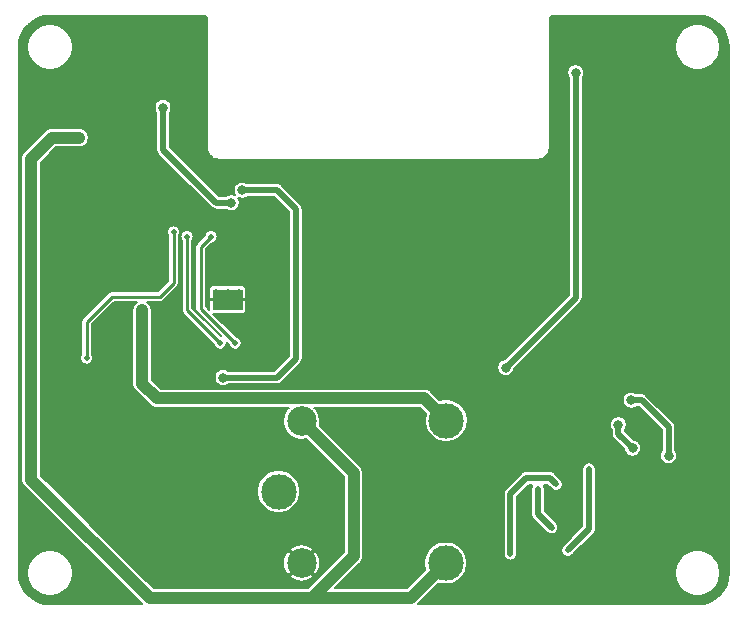
<source format=gbr>
%TF.GenerationSoftware,KiCad,Pcbnew,(5.1.12)-1*%
%TF.CreationDate,2022-08-07T17:33:45+09:00*%
%TF.ProjectId,STAC,53544143-2e6b-4696-9361-645f70636258,rev?*%
%TF.SameCoordinates,Original*%
%TF.FileFunction,Copper,L2,Bot*%
%TF.FilePolarity,Positive*%
%FSLAX46Y46*%
G04 Gerber Fmt 4.6, Leading zero omitted, Abs format (unit mm)*
G04 Created by KiCad (PCBNEW (5.1.12)-1) date 2022-08-07 17:33:45*
%MOMM*%
%LPD*%
G01*
G04 APERTURE LIST*
%TA.AperFunction,ComponentPad*%
%ADD10C,2.500000*%
%TD*%
%TA.AperFunction,ComponentPad*%
%ADD11C,3.000000*%
%TD*%
%TA.AperFunction,SMDPad,CuDef*%
%ADD12R,2.500000X1.800000*%
%TD*%
%TA.AperFunction,ComponentPad*%
%ADD13C,0.500000*%
%TD*%
%TA.AperFunction,ViaPad*%
%ADD14C,0.500000*%
%TD*%
%TA.AperFunction,ViaPad*%
%ADD15C,1.000000*%
%TD*%
%TA.AperFunction,ViaPad*%
%ADD16C,0.800000*%
%TD*%
%TA.AperFunction,Conductor*%
%ADD17C,1.000000*%
%TD*%
%TA.AperFunction,Conductor*%
%ADD18C,0.500000*%
%TD*%
%TA.AperFunction,Conductor*%
%ADD19C,0.250000*%
%TD*%
%TA.AperFunction,Conductor*%
%ADD20C,0.128000*%
%TD*%
%TA.AperFunction,Conductor*%
%ADD21C,0.100000*%
%TD*%
G04 APERTURE END LIST*
D10*
%TO.P,K1,2*%
%TO.N,GND*%
X97835000Y-90759000D03*
D11*
%TO.P,K1,3*%
%TO.N,+5V*%
X110035000Y-90759000D03*
%TO.P,K1,4*%
%TO.N,+5VA*%
X110085000Y-78709000D03*
D10*
%TO.P,K1,5*%
%TO.N,+5V*%
X97835000Y-78759000D03*
D11*
%TO.P,K1,1*%
%TO.N,+5VL*%
X95885000Y-84709000D03*
%TD*%
D12*
%TO.P,U1,9*%
%TO.N,GND*%
X91567000Y-68453000D03*
D13*
X90567000Y-69103000D03*
X90567000Y-67803000D03*
X91567000Y-69103000D03*
X91567000Y-67803000D03*
X92567000Y-69103000D03*
X92567000Y-67803000D03*
%TD*%
D14*
%TO.N,GND*%
X126873000Y-93980000D03*
X103378000Y-69723000D03*
X88265000Y-54483000D03*
X88773000Y-73279000D03*
D15*
%TO.N,+5VA*%
X84328000Y-69342000D03*
D16*
%TO.N,/EN*%
X91877999Y-60268001D03*
X86106000Y-52197000D03*
%TO.N,+3V3*%
X91186000Y-75057000D03*
X92793375Y-59195000D03*
D15*
%TO.N,+5V*%
X79004000Y-54747000D03*
D16*
%TO.N,Net-(J3-Pad2)*%
X124650000Y-79057000D03*
X125857000Y-81026000D03*
%TO.N,Net-(J3-Pad1)*%
X125730000Y-76962000D03*
X128905000Y-81661000D03*
D14*
%TO.N,Net-(L2-Pad2)*%
X122174000Y-82804000D03*
X120396000Y-89662000D03*
%TO.N,Net-(Q1-Pad1)*%
X115509000Y-89982000D03*
X119380000Y-84074000D03*
%TO.N,Net-(R4-Pad2)*%
X92202000Y-72136000D03*
X90170000Y-63119000D03*
%TO.N,Net-(R5-Pad2)*%
X90932000Y-72136000D03*
X88138000Y-63119000D03*
%TO.N,Net-(R10-Pad1)*%
X117856000Y-84455000D03*
X118999000Y-87757000D03*
D16*
%TO.N,/IO0*%
X121061000Y-49246000D03*
X115125500Y-74231500D03*
D14*
%TO.N,Net-(J6-Pad2)*%
X86995000Y-62738000D03*
X79629000Y-73406000D03*
%TD*%
D17*
%TO.N,+5VA*%
X108184999Y-76808999D02*
X85698999Y-76808999D01*
X110085000Y-78709000D02*
X108184999Y-76808999D01*
X85698999Y-76808999D02*
X85571999Y-76808999D01*
X85571999Y-76808999D02*
X84328000Y-75565000D01*
X84328000Y-75565000D02*
X84328000Y-69342000D01*
X84328000Y-69342000D02*
X84328000Y-69342000D01*
D18*
%TO.N,/EN*%
X86106000Y-52197000D02*
X86106000Y-55753000D01*
X90621001Y-60268001D02*
X91877999Y-60268001D01*
X86106000Y-55753000D02*
X90621001Y-60268001D01*
%TO.N,+3V3*%
X91948000Y-75057000D02*
X91186000Y-75057000D01*
X97352001Y-60776001D02*
X95758000Y-59182000D01*
X95758000Y-59182000D02*
X92837000Y-59182000D01*
X97352001Y-73462999D02*
X95758000Y-75057000D01*
X97352001Y-60776001D02*
X97352001Y-73462999D01*
X95758000Y-75057000D02*
X91948000Y-75057000D01*
D17*
%TO.N,+5V*%
X110035000Y-90759000D02*
X107068000Y-93726000D01*
X84963000Y-93726000D02*
X74930000Y-83693000D01*
X74930000Y-83693000D02*
X74930000Y-56515000D01*
X74930000Y-56515000D02*
X76708000Y-54737000D01*
X76708000Y-54737000D02*
X78994000Y-54737000D01*
X97835000Y-78759000D02*
X102235000Y-83159000D01*
X102235000Y-90170000D02*
X98679000Y-93726000D01*
X102235000Y-83159000D02*
X102235000Y-90170000D01*
X98679000Y-93726000D02*
X84963000Y-93726000D01*
X107068000Y-93726000D02*
X98679000Y-93726000D01*
D18*
%TO.N,Net-(J3-Pad2)*%
X124650000Y-79057000D02*
X124650000Y-79819000D01*
X124650000Y-79819000D02*
X125857000Y-81026000D01*
X125857000Y-81026000D02*
X125857000Y-81026000D01*
%TO.N,Net-(J3-Pad1)*%
X125730000Y-76962000D02*
X126619000Y-76962000D01*
X126619000Y-76962000D02*
X128905000Y-79248000D01*
X128905000Y-79248000D02*
X128905000Y-81661000D01*
X128905000Y-81661000D02*
X128905000Y-81661000D01*
%TO.N,Net-(L2-Pad2)*%
X122174000Y-82804000D02*
X122174000Y-87884000D01*
X122174000Y-87884000D02*
X120396000Y-89662000D01*
%TO.N,Net-(Q1-Pad1)*%
X115509000Y-84897000D02*
X115509000Y-89982000D01*
X116840000Y-83566000D02*
X115509000Y-84897000D01*
X118872000Y-83566000D02*
X116840000Y-83566000D01*
X119380000Y-84074000D02*
X118872000Y-83566000D01*
D19*
%TO.N,Net-(R4-Pad2)*%
X92202000Y-72136000D02*
X89281000Y-69215000D01*
X89281000Y-69215000D02*
X89281000Y-64008000D01*
X89281000Y-64008000D02*
X90170000Y-63119000D01*
%TO.N,Net-(R5-Pad2)*%
X90932000Y-72136000D02*
X88138000Y-69342000D01*
X88138000Y-69342000D02*
X88138000Y-63119000D01*
D18*
%TO.N,Net-(R10-Pad1)*%
X117856000Y-84455000D02*
X117856000Y-86614000D01*
X117856000Y-86614000D02*
X118999000Y-87757000D01*
%TO.N,/IO0*%
X121061000Y-49246000D02*
X121061000Y-68296000D01*
X121061000Y-68296000D02*
X115125500Y-74231500D01*
X115125500Y-74231500D02*
X115062000Y-74295000D01*
D19*
%TO.N,Net-(J6-Pad2)*%
X86995000Y-67056000D02*
X85852000Y-68199000D01*
X81788000Y-68199000D02*
X79629000Y-70358000D01*
X85852000Y-68199000D02*
X81788000Y-68199000D01*
X86995000Y-62738000D02*
X86995000Y-67056000D01*
X79629000Y-70358000D02*
X79629000Y-73406000D01*
%TD*%
D20*
%TO.N,GND*%
X89591399Y-44419174D02*
X89645643Y-44435552D01*
X89695682Y-44462158D01*
X89739595Y-44497973D01*
X89775713Y-44541633D01*
X89802667Y-44591484D01*
X89819425Y-44645618D01*
X89827000Y-44717688D01*
X89827001Y-55642843D01*
X89828453Y-55657589D01*
X89828426Y-55661522D01*
X89828894Y-55666288D01*
X89841849Y-55789539D01*
X89848097Y-55819976D01*
X89853925Y-55850527D01*
X89855309Y-55855111D01*
X89891956Y-55973499D01*
X89904004Y-56002160D01*
X89915649Y-56030982D01*
X89917897Y-56035211D01*
X89976841Y-56144226D01*
X89994229Y-56170004D01*
X90011247Y-56196012D01*
X90014269Y-56199716D01*
X90014274Y-56199723D01*
X90014280Y-56199729D01*
X90093271Y-56295213D01*
X90115309Y-56317098D01*
X90137080Y-56339330D01*
X90140770Y-56342382D01*
X90236809Y-56420710D01*
X90262694Y-56437908D01*
X90288354Y-56455478D01*
X90292567Y-56457756D01*
X90401990Y-56515938D01*
X90430724Y-56527781D01*
X90459307Y-56540032D01*
X90463878Y-56541446D01*
X90463884Y-56541448D01*
X90582522Y-56577267D01*
X90612983Y-56583299D01*
X90643428Y-56589770D01*
X90648187Y-56590270D01*
X90648191Y-56590270D01*
X90771530Y-56602363D01*
X90771537Y-56602363D01*
X90788157Y-56604000D01*
X117872843Y-56604000D01*
X117887598Y-56602547D01*
X117891522Y-56602574D01*
X117896288Y-56602106D01*
X118019539Y-56589151D01*
X118049976Y-56582903D01*
X118080527Y-56577075D01*
X118085111Y-56575691D01*
X118203499Y-56539044D01*
X118232160Y-56526996D01*
X118260982Y-56515351D01*
X118265211Y-56513103D01*
X118374226Y-56454159D01*
X118400004Y-56436771D01*
X118426012Y-56419753D01*
X118429716Y-56416731D01*
X118429723Y-56416726D01*
X118429729Y-56416720D01*
X118525213Y-56337729D01*
X118547098Y-56315691D01*
X118569330Y-56293920D01*
X118572382Y-56290230D01*
X118650710Y-56194191D01*
X118667908Y-56168306D01*
X118685478Y-56142646D01*
X118687756Y-56138433D01*
X118745938Y-56029010D01*
X118757781Y-56000276D01*
X118770032Y-55971693D01*
X118771447Y-55967118D01*
X118807267Y-55848478D01*
X118813299Y-55818017D01*
X118819770Y-55787572D01*
X118820270Y-55782809D01*
X118832363Y-55659470D01*
X118832363Y-55659463D01*
X118834000Y-55642843D01*
X118834000Y-46880094D01*
X129448000Y-46880094D01*
X129448000Y-47257906D01*
X129521708Y-47628460D01*
X129666291Y-47977514D01*
X129876192Y-48291653D01*
X130143347Y-48558808D01*
X130457486Y-48768709D01*
X130806540Y-48913292D01*
X131177094Y-48987000D01*
X131554906Y-48987000D01*
X131925460Y-48913292D01*
X132274514Y-48768709D01*
X132588653Y-48558808D01*
X132855808Y-48291653D01*
X133065709Y-47977514D01*
X133210292Y-47628460D01*
X133284000Y-47257906D01*
X133284000Y-46880094D01*
X133210292Y-46509540D01*
X133065709Y-46160486D01*
X132855808Y-45846347D01*
X132588653Y-45579192D01*
X132274514Y-45369291D01*
X131925460Y-45224708D01*
X131554906Y-45151000D01*
X131177094Y-45151000D01*
X130806540Y-45224708D01*
X130457486Y-45369291D01*
X130143347Y-45579192D01*
X129876192Y-45846347D01*
X129666291Y-46160486D01*
X129521708Y-46509540D01*
X129448000Y-46880094D01*
X118834000Y-46880094D01*
X118834000Y-44720774D01*
X118841174Y-44647601D01*
X118857552Y-44593357D01*
X118884158Y-44543318D01*
X118919973Y-44499405D01*
X118963633Y-44463287D01*
X119013484Y-44436333D01*
X119067618Y-44419575D01*
X119139688Y-44412000D01*
X131349224Y-44412000D01*
X131881759Y-44464216D01*
X132377881Y-44614004D01*
X132835450Y-44857297D01*
X133237053Y-45184837D01*
X133567389Y-45584144D01*
X133813875Y-46040012D01*
X133967120Y-46535066D01*
X134022990Y-47066627D01*
X134023001Y-47069908D01*
X134023000Y-91598224D01*
X133970784Y-92130759D01*
X133820997Y-92626879D01*
X133577703Y-93084450D01*
X133250163Y-93486053D01*
X132850856Y-93816389D01*
X132394988Y-94062875D01*
X131899936Y-94216120D01*
X131368373Y-94271990D01*
X131365378Y-94272000D01*
X107678826Y-94272000D01*
X109461563Y-92489264D01*
X109504709Y-92507136D01*
X109855943Y-92577000D01*
X110214057Y-92577000D01*
X110565291Y-92507136D01*
X110896146Y-92370091D01*
X111193908Y-92171133D01*
X111447133Y-91917908D01*
X111646091Y-91620146D01*
X111726470Y-91426094D01*
X129448000Y-91426094D01*
X129448000Y-91803906D01*
X129521708Y-92174460D01*
X129666291Y-92523514D01*
X129876192Y-92837653D01*
X130143347Y-93104808D01*
X130457486Y-93314709D01*
X130806540Y-93459292D01*
X131177094Y-93533000D01*
X131554906Y-93533000D01*
X131925460Y-93459292D01*
X132274514Y-93314709D01*
X132588653Y-93104808D01*
X132855808Y-92837653D01*
X133065709Y-92523514D01*
X133210292Y-92174460D01*
X133284000Y-91803906D01*
X133284000Y-91426094D01*
X133210292Y-91055540D01*
X133065709Y-90706486D01*
X132855808Y-90392347D01*
X132588653Y-90125192D01*
X132274514Y-89915291D01*
X131925460Y-89770708D01*
X131554906Y-89697000D01*
X131177094Y-89697000D01*
X130806540Y-89770708D01*
X130457486Y-89915291D01*
X130143347Y-90125192D01*
X129876192Y-90392347D01*
X129666291Y-90706486D01*
X129521708Y-91055540D01*
X129448000Y-91426094D01*
X111726470Y-91426094D01*
X111783136Y-91289291D01*
X111853000Y-90938057D01*
X111853000Y-90579943D01*
X111783136Y-90228709D01*
X111646091Y-89897854D01*
X111447133Y-89600092D01*
X111193908Y-89346867D01*
X110896146Y-89147909D01*
X110565291Y-89010864D01*
X110214057Y-88941000D01*
X109855943Y-88941000D01*
X109504709Y-89010864D01*
X109173854Y-89147909D01*
X108876092Y-89346867D01*
X108622867Y-89600092D01*
X108423909Y-89897854D01*
X108286864Y-90228709D01*
X108217000Y-90579943D01*
X108217000Y-90938057D01*
X108286864Y-91289291D01*
X108304736Y-91332437D01*
X106729174Y-92908000D01*
X100653826Y-92908000D01*
X102785009Y-90776818D01*
X102816211Y-90751211D01*
X102841818Y-90720009D01*
X102841821Y-90720006D01*
X102882937Y-90669905D01*
X102918432Y-90626655D01*
X102994389Y-90484549D01*
X103041163Y-90330356D01*
X103053000Y-90210175D01*
X103053000Y-90210166D01*
X103056956Y-90170001D01*
X103053000Y-90129836D01*
X103053000Y-84897000D01*
X114938252Y-84897000D01*
X114941000Y-84924900D01*
X114941001Y-89926052D01*
X114941000Y-89926057D01*
X114941000Y-90037943D01*
X114946473Y-90065458D01*
X114949220Y-90093347D01*
X114957355Y-90120164D01*
X114962828Y-90147679D01*
X114973564Y-90173597D01*
X114981699Y-90200416D01*
X114994910Y-90225133D01*
X115005645Y-90251049D01*
X115021227Y-90274369D01*
X115034441Y-90299091D01*
X115052226Y-90320762D01*
X115067806Y-90344079D01*
X115087636Y-90363909D01*
X115105421Y-90385580D01*
X115127092Y-90403365D01*
X115146921Y-90423194D01*
X115170237Y-90438773D01*
X115191910Y-90456560D01*
X115216634Y-90469775D01*
X115239951Y-90485355D01*
X115265863Y-90496088D01*
X115290585Y-90509302D01*
X115317409Y-90517439D01*
X115343321Y-90528172D01*
X115370829Y-90533644D01*
X115397654Y-90541781D01*
X115425551Y-90544529D01*
X115453057Y-90550000D01*
X115481100Y-90550000D01*
X115509000Y-90552748D01*
X115536900Y-90550000D01*
X115564943Y-90550000D01*
X115592448Y-90544529D01*
X115620347Y-90541781D01*
X115647174Y-90533643D01*
X115674679Y-90528172D01*
X115700588Y-90517440D01*
X115727416Y-90509302D01*
X115752141Y-90496086D01*
X115778049Y-90485355D01*
X115801362Y-90469778D01*
X115826091Y-90456560D01*
X115847768Y-90438770D01*
X115871079Y-90423194D01*
X115890903Y-90403370D01*
X115912580Y-90385580D01*
X115930370Y-90363903D01*
X115950194Y-90344079D01*
X115965770Y-90320768D01*
X115983560Y-90299091D01*
X115996778Y-90274362D01*
X116012355Y-90251049D01*
X116023086Y-90225141D01*
X116036302Y-90200416D01*
X116044440Y-90173588D01*
X116055172Y-90147679D01*
X116060643Y-90120174D01*
X116068781Y-90093347D01*
X116071529Y-90065448D01*
X116077000Y-90037943D01*
X116077000Y-89662000D01*
X119825252Y-89662000D01*
X119828000Y-89689900D01*
X119828000Y-89717943D01*
X119833471Y-89745448D01*
X119836219Y-89773347D01*
X119844357Y-89800173D01*
X119849828Y-89827679D01*
X119860561Y-89853590D01*
X119868698Y-89880415D01*
X119881911Y-89905135D01*
X119892645Y-89931049D01*
X119908229Y-89954371D01*
X119921441Y-89979090D01*
X119939222Y-90000757D01*
X119954806Y-90024079D01*
X119974641Y-90043914D01*
X119992421Y-90065579D01*
X120014086Y-90083359D01*
X120033921Y-90103194D01*
X120057243Y-90118778D01*
X120078910Y-90136559D01*
X120103629Y-90149771D01*
X120126951Y-90165355D01*
X120152865Y-90176089D01*
X120177585Y-90189302D01*
X120204410Y-90197439D01*
X120230321Y-90208172D01*
X120257827Y-90213643D01*
X120284653Y-90221781D01*
X120312552Y-90224529D01*
X120340057Y-90230000D01*
X120368100Y-90230000D01*
X120396000Y-90232748D01*
X120423900Y-90230000D01*
X120451943Y-90230000D01*
X120479448Y-90224529D01*
X120507347Y-90221781D01*
X120534173Y-90213643D01*
X120561679Y-90208172D01*
X120587590Y-90197439D01*
X120614415Y-90189302D01*
X120639135Y-90176089D01*
X120665049Y-90165355D01*
X120688371Y-90149771D01*
X120713090Y-90136559D01*
X120734757Y-90118778D01*
X120758079Y-90103194D01*
X120837194Y-90024079D01*
X120837196Y-90024076D01*
X122555909Y-88305365D01*
X122577580Y-88287580D01*
X122648560Y-88201091D01*
X122701302Y-88102416D01*
X122733781Y-87995347D01*
X122742000Y-87911900D01*
X122744748Y-87884000D01*
X122742000Y-87856100D01*
X122742000Y-82748057D01*
X122736529Y-82720552D01*
X122733781Y-82692653D01*
X122725643Y-82665826D01*
X122720172Y-82638321D01*
X122709440Y-82612412D01*
X122701302Y-82585584D01*
X122688086Y-82560859D01*
X122677355Y-82534951D01*
X122661778Y-82511638D01*
X122648560Y-82486909D01*
X122630770Y-82465232D01*
X122615194Y-82441921D01*
X122595370Y-82422097D01*
X122577580Y-82400420D01*
X122555903Y-82382630D01*
X122536079Y-82362806D01*
X122512768Y-82347230D01*
X122491091Y-82329440D01*
X122466363Y-82316223D01*
X122443049Y-82300645D01*
X122417138Y-82289912D01*
X122392415Y-82276698D01*
X122365591Y-82268561D01*
X122339679Y-82257828D01*
X122312171Y-82252356D01*
X122285346Y-82244219D01*
X122257449Y-82241471D01*
X122229943Y-82236000D01*
X122201900Y-82236000D01*
X122174000Y-82233252D01*
X122146100Y-82236000D01*
X122118057Y-82236000D01*
X122090552Y-82241471D01*
X122062653Y-82244219D01*
X122035826Y-82252357D01*
X122008321Y-82257828D01*
X121982412Y-82268560D01*
X121955584Y-82276698D01*
X121930859Y-82289914D01*
X121904951Y-82300645D01*
X121881638Y-82316222D01*
X121856909Y-82329440D01*
X121835232Y-82347230D01*
X121811921Y-82362806D01*
X121792097Y-82382630D01*
X121770420Y-82400420D01*
X121752630Y-82422097D01*
X121732806Y-82441921D01*
X121717230Y-82465232D01*
X121699440Y-82486909D01*
X121686223Y-82511637D01*
X121670645Y-82534951D01*
X121659912Y-82560862D01*
X121646698Y-82585585D01*
X121638561Y-82612409D01*
X121627828Y-82638321D01*
X121622356Y-82665829D01*
X121614219Y-82692654D01*
X121611471Y-82720551D01*
X121606000Y-82748057D01*
X121606000Y-82776101D01*
X121606001Y-87648725D01*
X120033924Y-89220804D01*
X120033921Y-89220806D01*
X119954806Y-89299921D01*
X119939222Y-89323243D01*
X119921441Y-89344910D01*
X119908229Y-89369629D01*
X119892645Y-89392951D01*
X119881911Y-89418865D01*
X119868698Y-89443585D01*
X119860561Y-89470410D01*
X119849828Y-89496321D01*
X119844357Y-89523827D01*
X119836219Y-89550653D01*
X119833471Y-89578552D01*
X119828000Y-89606057D01*
X119828000Y-89634100D01*
X119825252Y-89662000D01*
X116077000Y-89662000D01*
X116077000Y-85132272D01*
X117075273Y-84134000D01*
X117384648Y-84134000D01*
X117381440Y-84137909D01*
X117368223Y-84162637D01*
X117352645Y-84185951D01*
X117341912Y-84211862D01*
X117328698Y-84236585D01*
X117320561Y-84263409D01*
X117309828Y-84289321D01*
X117304356Y-84316829D01*
X117296219Y-84343654D01*
X117293471Y-84371551D01*
X117288000Y-84399057D01*
X117288000Y-84427101D01*
X117288001Y-86586090D01*
X117285252Y-86614000D01*
X117296219Y-86725347D01*
X117328698Y-86832415D01*
X117328699Y-86832416D01*
X117381441Y-86931091D01*
X117452421Y-87017580D01*
X117474097Y-87035369D01*
X118557806Y-88119079D01*
X118636921Y-88198194D01*
X118660238Y-88213774D01*
X118681909Y-88231559D01*
X118706633Y-88244774D01*
X118729951Y-88260355D01*
X118755861Y-88271087D01*
X118780584Y-88284302D01*
X118807412Y-88292440D01*
X118833321Y-88303172D01*
X118860824Y-88308643D01*
X118887652Y-88316781D01*
X118915553Y-88319529D01*
X118943057Y-88325000D01*
X118971099Y-88325000D01*
X118998999Y-88327748D01*
X119026899Y-88325000D01*
X119054943Y-88325000D01*
X119082448Y-88319529D01*
X119110347Y-88316781D01*
X119137173Y-88308643D01*
X119164679Y-88303172D01*
X119190590Y-88292439D01*
X119217415Y-88284302D01*
X119242135Y-88271089D01*
X119268049Y-88260355D01*
X119291371Y-88244771D01*
X119316090Y-88231559D01*
X119337757Y-88213778D01*
X119361079Y-88198194D01*
X119380914Y-88178359D01*
X119402579Y-88160579D01*
X119420359Y-88138914D01*
X119440194Y-88119079D01*
X119455778Y-88095757D01*
X119473559Y-88074090D01*
X119486771Y-88049371D01*
X119502355Y-88026049D01*
X119513089Y-88000135D01*
X119526302Y-87975415D01*
X119534439Y-87948590D01*
X119545172Y-87922679D01*
X119550643Y-87895173D01*
X119558781Y-87868347D01*
X119561529Y-87840448D01*
X119567000Y-87812943D01*
X119567000Y-87784899D01*
X119569748Y-87756999D01*
X119567000Y-87729099D01*
X119567000Y-87701057D01*
X119561529Y-87673553D01*
X119558781Y-87645652D01*
X119550643Y-87618824D01*
X119545172Y-87591321D01*
X119534440Y-87565412D01*
X119526302Y-87538584D01*
X119513087Y-87513861D01*
X119502355Y-87487951D01*
X119486774Y-87464633D01*
X119473559Y-87439909D01*
X119455774Y-87418238D01*
X119440194Y-87394921D01*
X119361079Y-87315806D01*
X118424000Y-86378728D01*
X118424000Y-84399057D01*
X118418529Y-84371552D01*
X118415781Y-84343653D01*
X118407643Y-84316826D01*
X118402172Y-84289321D01*
X118391440Y-84263412D01*
X118383302Y-84236584D01*
X118370086Y-84211859D01*
X118359355Y-84185951D01*
X118343778Y-84162638D01*
X118330560Y-84137909D01*
X118327352Y-84134000D01*
X118636728Y-84134000D01*
X118938806Y-84436079D01*
X119017921Y-84515194D01*
X119041239Y-84530775D01*
X119062908Y-84548558D01*
X119087628Y-84561771D01*
X119110951Y-84577355D01*
X119136868Y-84588090D01*
X119161584Y-84601301D01*
X119188406Y-84609438D01*
X119214321Y-84620172D01*
X119241826Y-84625643D01*
X119268652Y-84633781D01*
X119296551Y-84636529D01*
X119324057Y-84642000D01*
X119352106Y-84642000D01*
X119379999Y-84644747D01*
X119407892Y-84642000D01*
X119435943Y-84642000D01*
X119463451Y-84636528D01*
X119491347Y-84633781D01*
X119518171Y-84625644D01*
X119545679Y-84620172D01*
X119571597Y-84609436D01*
X119598415Y-84601301D01*
X119623127Y-84588092D01*
X119649049Y-84577355D01*
X119672379Y-84561766D01*
X119697090Y-84548558D01*
X119718752Y-84530781D01*
X119742079Y-84515194D01*
X119761915Y-84495358D01*
X119783579Y-84477579D01*
X119801358Y-84455915D01*
X119821194Y-84436079D01*
X119836781Y-84412752D01*
X119854558Y-84391090D01*
X119867766Y-84366379D01*
X119883355Y-84343049D01*
X119894092Y-84317127D01*
X119907301Y-84292415D01*
X119915436Y-84265597D01*
X119926172Y-84239679D01*
X119931644Y-84212171D01*
X119939781Y-84185347D01*
X119942528Y-84157451D01*
X119948000Y-84129943D01*
X119948000Y-84101892D01*
X119950747Y-84073999D01*
X119948000Y-84046106D01*
X119948000Y-84018057D01*
X119942529Y-83990551D01*
X119939781Y-83962652D01*
X119931643Y-83935826D01*
X119926172Y-83908321D01*
X119915438Y-83882406D01*
X119907301Y-83855584D01*
X119894090Y-83830868D01*
X119883355Y-83804951D01*
X119867771Y-83781628D01*
X119854558Y-83756908D01*
X119836775Y-83735239D01*
X119821194Y-83711921D01*
X119742079Y-83632806D01*
X119293374Y-83184102D01*
X119275580Y-83162420D01*
X119189091Y-83091440D01*
X119090416Y-83038698D01*
X118983347Y-83006219D01*
X118906449Y-82998645D01*
X118872000Y-82995252D01*
X118844100Y-82998000D01*
X116867899Y-82998000D01*
X116839999Y-82995252D01*
X116728652Y-83006219D01*
X116621584Y-83038698D01*
X116522909Y-83091440D01*
X116436420Y-83162420D01*
X116418630Y-83184097D01*
X115127102Y-84475626D01*
X115105420Y-84493420D01*
X115034440Y-84579909D01*
X114981699Y-84678584D01*
X114981698Y-84678585D01*
X114949219Y-84785653D01*
X114938252Y-84897000D01*
X103053000Y-84897000D01*
X103053000Y-83199167D01*
X103056956Y-83159000D01*
X103053000Y-83118832D01*
X103053000Y-83118825D01*
X103041163Y-82998644D01*
X103002456Y-82871044D01*
X102994389Y-82844450D01*
X102918432Y-82702345D01*
X102841821Y-82608994D01*
X102841818Y-82608991D01*
X102816211Y-82577789D01*
X102785010Y-82552183D01*
X99360404Y-79127578D01*
X99403000Y-78913435D01*
X99403000Y-78604565D01*
X99342743Y-78301631D01*
X99224544Y-78016273D01*
X99052945Y-77759458D01*
X98920486Y-77626999D01*
X107846173Y-77626999D01*
X108354736Y-78135562D01*
X108336864Y-78178709D01*
X108267000Y-78529943D01*
X108267000Y-78888057D01*
X108336864Y-79239291D01*
X108473909Y-79570146D01*
X108672867Y-79867908D01*
X108926092Y-80121133D01*
X109223854Y-80320091D01*
X109554709Y-80457136D01*
X109905943Y-80527000D01*
X110264057Y-80527000D01*
X110615291Y-80457136D01*
X110946146Y-80320091D01*
X111243908Y-80121133D01*
X111497133Y-79867908D01*
X111696091Y-79570146D01*
X111833136Y-79239291D01*
X111883461Y-78986283D01*
X123932000Y-78986283D01*
X123932000Y-79127717D01*
X123959592Y-79266433D01*
X124013717Y-79397100D01*
X124082000Y-79499293D01*
X124082000Y-79791100D01*
X124079252Y-79819000D01*
X124090219Y-79930347D01*
X124122698Y-80037415D01*
X124122699Y-80037416D01*
X124175441Y-80136091D01*
X124246421Y-80222580D01*
X124268097Y-80240369D01*
X125142614Y-81114888D01*
X125166592Y-81235433D01*
X125220717Y-81366100D01*
X125299293Y-81483698D01*
X125399302Y-81583707D01*
X125516900Y-81662283D01*
X125647567Y-81716408D01*
X125786283Y-81744000D01*
X125927717Y-81744000D01*
X126066433Y-81716408D01*
X126197100Y-81662283D01*
X126314698Y-81583707D01*
X126414707Y-81483698D01*
X126493283Y-81366100D01*
X126547408Y-81235433D01*
X126575000Y-81096717D01*
X126575000Y-80955283D01*
X126547408Y-80816567D01*
X126493283Y-80685900D01*
X126414707Y-80568302D01*
X126314698Y-80468293D01*
X126197100Y-80389717D01*
X126066433Y-80335592D01*
X125945888Y-80311614D01*
X125218000Y-79583728D01*
X125218000Y-79499293D01*
X125286283Y-79397100D01*
X125340408Y-79266433D01*
X125368000Y-79127717D01*
X125368000Y-78986283D01*
X125340408Y-78847567D01*
X125286283Y-78716900D01*
X125207707Y-78599302D01*
X125107698Y-78499293D01*
X124990100Y-78420717D01*
X124859433Y-78366592D01*
X124720717Y-78339000D01*
X124579283Y-78339000D01*
X124440567Y-78366592D01*
X124309900Y-78420717D01*
X124192302Y-78499293D01*
X124092293Y-78599302D01*
X124013717Y-78716900D01*
X123959592Y-78847567D01*
X123932000Y-78986283D01*
X111883461Y-78986283D01*
X111903000Y-78888057D01*
X111903000Y-78529943D01*
X111833136Y-78178709D01*
X111696091Y-77847854D01*
X111497133Y-77550092D01*
X111243908Y-77296867D01*
X110946146Y-77097909D01*
X110615291Y-76960864D01*
X110265480Y-76891283D01*
X125012000Y-76891283D01*
X125012000Y-77032717D01*
X125039592Y-77171433D01*
X125093717Y-77302100D01*
X125172293Y-77419698D01*
X125272302Y-77519707D01*
X125389900Y-77598283D01*
X125520567Y-77652408D01*
X125659283Y-77680000D01*
X125800717Y-77680000D01*
X125939433Y-77652408D01*
X126070100Y-77598283D01*
X126172293Y-77530000D01*
X126383728Y-77530000D01*
X128337000Y-79483273D01*
X128337001Y-81218705D01*
X128268717Y-81320900D01*
X128214592Y-81451567D01*
X128187000Y-81590283D01*
X128187000Y-81731717D01*
X128214592Y-81870433D01*
X128268717Y-82001100D01*
X128347293Y-82118698D01*
X128447302Y-82218707D01*
X128564900Y-82297283D01*
X128695567Y-82351408D01*
X128834283Y-82379000D01*
X128975717Y-82379000D01*
X129114433Y-82351408D01*
X129245100Y-82297283D01*
X129362698Y-82218707D01*
X129462707Y-82118698D01*
X129541283Y-82001100D01*
X129595408Y-81870433D01*
X129623000Y-81731717D01*
X129623000Y-81590283D01*
X129595408Y-81451567D01*
X129541283Y-81320900D01*
X129473000Y-81218707D01*
X129473000Y-79275899D01*
X129475748Y-79247999D01*
X129464781Y-79136652D01*
X129432302Y-79029584D01*
X129429076Y-79023549D01*
X129379560Y-78930909D01*
X129308580Y-78844420D01*
X129286903Y-78826630D01*
X127040374Y-76580102D01*
X127022580Y-76558420D01*
X126936091Y-76487440D01*
X126837416Y-76434698D01*
X126730347Y-76402219D01*
X126646900Y-76394000D01*
X126619000Y-76391252D01*
X126591100Y-76394000D01*
X126172293Y-76394000D01*
X126070100Y-76325717D01*
X125939433Y-76271592D01*
X125800717Y-76244000D01*
X125659283Y-76244000D01*
X125520567Y-76271592D01*
X125389900Y-76325717D01*
X125272302Y-76404293D01*
X125172293Y-76504302D01*
X125093717Y-76621900D01*
X125039592Y-76752567D01*
X125012000Y-76891283D01*
X110265480Y-76891283D01*
X110264057Y-76891000D01*
X109905943Y-76891000D01*
X109554709Y-76960864D01*
X109511562Y-76978736D01*
X108791819Y-76258993D01*
X108766210Y-76227788D01*
X108641654Y-76125567D01*
X108499548Y-76049610D01*
X108345355Y-76002836D01*
X108225174Y-75990999D01*
X108225166Y-75990999D01*
X108184999Y-75987043D01*
X108144832Y-75990999D01*
X85910826Y-75990999D01*
X85146000Y-75226174D01*
X85146000Y-69382175D01*
X85149957Y-69342000D01*
X85146000Y-69301825D01*
X85146000Y-69261434D01*
X85138120Y-69221817D01*
X85134163Y-69181644D01*
X85122446Y-69143017D01*
X85114565Y-69103398D01*
X85099106Y-69066078D01*
X85087389Y-69027451D01*
X85068359Y-68991849D01*
X85052902Y-68954532D01*
X85030463Y-68920949D01*
X85011432Y-68885345D01*
X84985823Y-68854140D01*
X84963382Y-68820555D01*
X84934818Y-68791991D01*
X84909211Y-68760789D01*
X84878009Y-68735182D01*
X84849445Y-68706618D01*
X84815860Y-68684177D01*
X84784655Y-68658568D01*
X84753658Y-68642000D01*
X85830244Y-68642000D01*
X85852000Y-68644143D01*
X85873756Y-68642000D01*
X85873759Y-68642000D01*
X85938843Y-68635590D01*
X86022349Y-68610259D01*
X86099308Y-68569123D01*
X86166764Y-68513764D01*
X86180639Y-68496857D01*
X87292862Y-67384635D01*
X87309764Y-67370764D01*
X87365123Y-67303308D01*
X87406259Y-67226349D01*
X87431590Y-67142843D01*
X87438000Y-67077759D01*
X87438000Y-67077757D01*
X87440143Y-67056001D01*
X87438000Y-67034244D01*
X87438000Y-63097376D01*
X87460931Y-63063057D01*
X87570000Y-63063057D01*
X87570000Y-63174943D01*
X87591828Y-63284679D01*
X87634645Y-63388049D01*
X87695001Y-63478378D01*
X87695000Y-69320243D01*
X87692857Y-69342000D01*
X87695000Y-69363756D01*
X87695000Y-69363758D01*
X87701410Y-69428842D01*
X87726741Y-69512348D01*
X87745890Y-69548172D01*
X87767877Y-69589308D01*
X87775793Y-69598953D01*
X87823236Y-69656764D01*
X87840143Y-69670639D01*
X90364634Y-72195131D01*
X90385828Y-72301679D01*
X90428645Y-72405049D01*
X90490806Y-72498079D01*
X90569921Y-72577194D01*
X90662951Y-72639355D01*
X90766321Y-72682172D01*
X90876057Y-72704000D01*
X90987943Y-72704000D01*
X91097679Y-72682172D01*
X91201049Y-72639355D01*
X91294079Y-72577194D01*
X91373194Y-72498079D01*
X91435355Y-72405049D01*
X91478172Y-72301679D01*
X91500000Y-72191943D01*
X91500000Y-72080057D01*
X91495143Y-72055640D01*
X91634634Y-72195131D01*
X91655828Y-72301679D01*
X91698645Y-72405049D01*
X91760806Y-72498079D01*
X91839921Y-72577194D01*
X91932951Y-72639355D01*
X92036321Y-72682172D01*
X92146057Y-72704000D01*
X92257943Y-72704000D01*
X92367679Y-72682172D01*
X92471049Y-72639355D01*
X92564079Y-72577194D01*
X92643194Y-72498079D01*
X92705355Y-72405049D01*
X92748172Y-72301679D01*
X92770000Y-72191943D01*
X92770000Y-72080057D01*
X92748172Y-71970321D01*
X92705355Y-71866951D01*
X92643194Y-71773921D01*
X92564079Y-71694806D01*
X92471049Y-71632645D01*
X92367679Y-71589828D01*
X92261131Y-71568634D01*
X90364969Y-69672472D01*
X90602016Y-69672143D01*
X90607681Y-69672295D01*
X90608623Y-69672134D01*
X91424500Y-69671000D01*
X91439087Y-69656413D01*
X91495835Y-69669293D01*
X91503998Y-69669512D01*
X91503998Y-69671000D01*
X91559433Y-69671000D01*
X91607681Y-69672295D01*
X91615247Y-69671000D01*
X91630002Y-69671000D01*
X91630002Y-69668475D01*
X91695726Y-69657226D01*
X91709500Y-69671000D01*
X92605839Y-69672246D01*
X92607681Y-69672295D01*
X92607953Y-69672249D01*
X92817000Y-69672539D01*
X92879339Y-69666399D01*
X92939282Y-69648216D01*
X92994526Y-69618687D01*
X93042948Y-69578948D01*
X93082687Y-69530526D01*
X93112216Y-69475282D01*
X93130399Y-69415339D01*
X93136539Y-69353000D01*
X93135973Y-69074323D01*
X93136295Y-69062319D01*
X93135944Y-69060270D01*
X93135000Y-68595500D01*
X93055500Y-68516000D01*
X91630000Y-68516000D01*
X91630000Y-68536000D01*
X91611820Y-68536000D01*
X91526319Y-68533705D01*
X91512910Y-68536000D01*
X91504000Y-68536000D01*
X91504000Y-68516000D01*
X90078500Y-68516000D01*
X89999000Y-68595500D01*
X89997901Y-69136374D01*
X89997705Y-69143681D01*
X89997884Y-69144728D01*
X89997558Y-69305062D01*
X89724000Y-69031504D01*
X89724000Y-67553000D01*
X89997461Y-67553000D01*
X89998027Y-67831677D01*
X89997705Y-67843681D01*
X89998056Y-67845730D01*
X89999000Y-68310500D01*
X90078500Y-68390000D01*
X91504000Y-68390000D01*
X91504000Y-68370000D01*
X91522180Y-68370000D01*
X91607681Y-68372295D01*
X91621090Y-68370000D01*
X91630000Y-68370000D01*
X91630000Y-68390000D01*
X93055500Y-68390000D01*
X93135000Y-68310500D01*
X93136099Y-67769626D01*
X93136295Y-67762319D01*
X93136116Y-67761272D01*
X93136539Y-67553000D01*
X93130399Y-67490661D01*
X93112216Y-67430718D01*
X93082687Y-67375474D01*
X93042948Y-67327052D01*
X92994526Y-67287313D01*
X92939282Y-67257784D01*
X92879339Y-67239601D01*
X92817000Y-67233461D01*
X92531984Y-67233857D01*
X92526319Y-67233705D01*
X92525377Y-67233866D01*
X91709500Y-67235000D01*
X91694913Y-67249587D01*
X91638165Y-67236707D01*
X91630002Y-67236488D01*
X91630002Y-67235000D01*
X91574567Y-67235000D01*
X91526319Y-67233705D01*
X91518753Y-67235000D01*
X91503998Y-67235000D01*
X91503998Y-67237525D01*
X91438274Y-67248774D01*
X91424500Y-67235000D01*
X90528161Y-67233754D01*
X90526319Y-67233705D01*
X90526047Y-67233751D01*
X90317000Y-67233461D01*
X90254661Y-67239601D01*
X90194718Y-67257784D01*
X90139474Y-67287313D01*
X90091052Y-67327052D01*
X90051313Y-67375474D01*
X90021784Y-67430718D01*
X90003601Y-67490661D01*
X89997461Y-67553000D01*
X89724000Y-67553000D01*
X89724000Y-64191496D01*
X90229131Y-63686366D01*
X90335679Y-63665172D01*
X90439049Y-63622355D01*
X90532079Y-63560194D01*
X90611194Y-63481079D01*
X90673355Y-63388049D01*
X90716172Y-63284679D01*
X90738000Y-63174943D01*
X90738000Y-63063057D01*
X90716172Y-62953321D01*
X90673355Y-62849951D01*
X90611194Y-62756921D01*
X90532079Y-62677806D01*
X90439049Y-62615645D01*
X90335679Y-62572828D01*
X90225943Y-62551000D01*
X90114057Y-62551000D01*
X90004321Y-62572828D01*
X89900951Y-62615645D01*
X89807921Y-62677806D01*
X89728806Y-62756921D01*
X89666645Y-62849951D01*
X89623828Y-62953321D01*
X89602634Y-63059869D01*
X88983138Y-63679366D01*
X88966237Y-63693236D01*
X88952366Y-63710138D01*
X88910877Y-63760692D01*
X88869742Y-63837651D01*
X88844411Y-63921157D01*
X88835857Y-64008000D01*
X88838001Y-64029767D01*
X88838000Y-69193243D01*
X88835857Y-69215000D01*
X88838000Y-69236756D01*
X88838000Y-69236758D01*
X88844410Y-69301842D01*
X88869741Y-69385348D01*
X88879149Y-69402949D01*
X88910877Y-69462308D01*
X88921525Y-69475282D01*
X88966236Y-69529764D01*
X88983143Y-69543639D01*
X91012360Y-71572857D01*
X90991131Y-71568634D01*
X88581000Y-69158504D01*
X88581000Y-63478376D01*
X88641355Y-63388049D01*
X88684172Y-63284679D01*
X88706000Y-63174943D01*
X88706000Y-63063057D01*
X88684172Y-62953321D01*
X88641355Y-62849951D01*
X88579194Y-62756921D01*
X88500079Y-62677806D01*
X88407049Y-62615645D01*
X88303679Y-62572828D01*
X88193943Y-62551000D01*
X88082057Y-62551000D01*
X87972321Y-62572828D01*
X87868951Y-62615645D01*
X87775921Y-62677806D01*
X87696806Y-62756921D01*
X87634645Y-62849951D01*
X87591828Y-62953321D01*
X87570000Y-63063057D01*
X87460931Y-63063057D01*
X87498355Y-63007049D01*
X87541172Y-62903679D01*
X87563000Y-62793943D01*
X87563000Y-62682057D01*
X87541172Y-62572321D01*
X87498355Y-62468951D01*
X87436194Y-62375921D01*
X87357079Y-62296806D01*
X87264049Y-62234645D01*
X87160679Y-62191828D01*
X87050943Y-62170000D01*
X86939057Y-62170000D01*
X86829321Y-62191828D01*
X86725951Y-62234645D01*
X86632921Y-62296806D01*
X86553806Y-62375921D01*
X86491645Y-62468951D01*
X86448828Y-62572321D01*
X86427000Y-62682057D01*
X86427000Y-62793943D01*
X86448828Y-62903679D01*
X86491645Y-63007049D01*
X86552000Y-63097376D01*
X86552001Y-66872502D01*
X85668504Y-67756000D01*
X81809756Y-67756000D01*
X81787999Y-67753857D01*
X81766243Y-67756000D01*
X81766241Y-67756000D01*
X81701157Y-67762410D01*
X81617651Y-67787741D01*
X81540692Y-67828877D01*
X81473236Y-67884236D01*
X81459365Y-67901138D01*
X79331143Y-70029361D01*
X79314236Y-70043236D01*
X79280838Y-70083933D01*
X79258877Y-70110692D01*
X79249324Y-70128565D01*
X79217741Y-70187652D01*
X79192410Y-70271158D01*
X79186000Y-70336241D01*
X79183857Y-70358000D01*
X79186000Y-70379757D01*
X79186001Y-73046623D01*
X79125645Y-73136951D01*
X79082828Y-73240321D01*
X79061000Y-73350057D01*
X79061000Y-73461943D01*
X79082828Y-73571679D01*
X79125645Y-73675049D01*
X79187806Y-73768079D01*
X79266921Y-73847194D01*
X79359951Y-73909355D01*
X79463321Y-73952172D01*
X79573057Y-73974000D01*
X79684943Y-73974000D01*
X79794679Y-73952172D01*
X79898049Y-73909355D01*
X79991079Y-73847194D01*
X80070194Y-73768079D01*
X80132355Y-73675049D01*
X80175172Y-73571679D01*
X80197000Y-73461943D01*
X80197000Y-73350057D01*
X80175172Y-73240321D01*
X80132355Y-73136951D01*
X80072000Y-73046624D01*
X80072000Y-70541496D01*
X81971497Y-68642000D01*
X83902342Y-68642000D01*
X83871345Y-68658568D01*
X83840140Y-68684177D01*
X83806555Y-68706618D01*
X83777991Y-68735182D01*
X83746789Y-68760789D01*
X83721182Y-68791991D01*
X83692618Y-68820555D01*
X83670177Y-68854140D01*
X83644568Y-68885345D01*
X83625537Y-68920949D01*
X83603098Y-68954532D01*
X83587641Y-68991849D01*
X83568611Y-69027451D01*
X83556894Y-69066078D01*
X83541435Y-69103398D01*
X83533554Y-69143017D01*
X83521837Y-69181644D01*
X83517880Y-69221817D01*
X83510000Y-69261434D01*
X83510000Y-69301825D01*
X83506043Y-69342000D01*
X83510000Y-69382175D01*
X83510000Y-69422566D01*
X83510001Y-69422571D01*
X83510000Y-75524832D01*
X83506044Y-75565000D01*
X83510000Y-75605167D01*
X83510000Y-75605174D01*
X83521837Y-75725355D01*
X83568611Y-75879548D01*
X83644568Y-76021654D01*
X83746789Y-76146211D01*
X83777996Y-76171822D01*
X84965181Y-77359008D01*
X84990788Y-77390210D01*
X85021990Y-77415817D01*
X85021993Y-77415820D01*
X85047265Y-77436560D01*
X85115344Y-77492431D01*
X85257450Y-77568388D01*
X85411643Y-77615162D01*
X85531824Y-77626999D01*
X85531831Y-77626999D01*
X85571998Y-77630955D01*
X85612166Y-77626999D01*
X96749514Y-77626999D01*
X96617055Y-77759458D01*
X96445456Y-78016273D01*
X96327257Y-78301631D01*
X96267000Y-78604565D01*
X96267000Y-78913435D01*
X96327257Y-79216369D01*
X96445456Y-79501727D01*
X96617055Y-79758542D01*
X96835458Y-79976945D01*
X97092273Y-80148544D01*
X97377631Y-80266743D01*
X97680565Y-80327000D01*
X97989435Y-80327000D01*
X98203578Y-80284404D01*
X101417000Y-83497827D01*
X101417001Y-89831172D01*
X98340174Y-92908000D01*
X85301827Y-92908000D01*
X84254330Y-91860503D01*
X96822593Y-91860503D01*
X96960602Y-92069687D01*
X97233105Y-92215090D01*
X97528739Y-92304536D01*
X97836143Y-92334587D01*
X98143503Y-92304090D01*
X98439007Y-92214215D01*
X98709398Y-92069687D01*
X98847407Y-91860503D01*
X97835000Y-90848095D01*
X96822593Y-91860503D01*
X84254330Y-91860503D01*
X83153970Y-90760143D01*
X96259413Y-90760143D01*
X96289910Y-91067503D01*
X96379785Y-91363007D01*
X96524313Y-91633398D01*
X96733497Y-91771407D01*
X97745905Y-90759000D01*
X97924095Y-90759000D01*
X98936503Y-91771407D01*
X99145687Y-91633398D01*
X99291090Y-91360895D01*
X99380536Y-91065261D01*
X99410587Y-90757857D01*
X99380090Y-90450497D01*
X99290215Y-90154993D01*
X99145687Y-89884602D01*
X98936503Y-89746593D01*
X97924095Y-90759000D01*
X97745905Y-90759000D01*
X96733497Y-89746593D01*
X96524313Y-89884602D01*
X96378910Y-90157105D01*
X96289464Y-90452739D01*
X96259413Y-90760143D01*
X83153970Y-90760143D01*
X82051324Y-89657497D01*
X96822593Y-89657497D01*
X97835000Y-90669905D01*
X98847407Y-89657497D01*
X98709398Y-89448313D01*
X98436895Y-89302910D01*
X98141261Y-89213464D01*
X97833857Y-89183413D01*
X97526497Y-89213910D01*
X97230993Y-89303785D01*
X96960602Y-89448313D01*
X96822593Y-89657497D01*
X82051324Y-89657497D01*
X76923770Y-84529943D01*
X94067000Y-84529943D01*
X94067000Y-84888057D01*
X94136864Y-85239291D01*
X94273909Y-85570146D01*
X94472867Y-85867908D01*
X94726092Y-86121133D01*
X95023854Y-86320091D01*
X95354709Y-86457136D01*
X95705943Y-86527000D01*
X96064057Y-86527000D01*
X96415291Y-86457136D01*
X96746146Y-86320091D01*
X97043908Y-86121133D01*
X97297133Y-85867908D01*
X97496091Y-85570146D01*
X97633136Y-85239291D01*
X97703000Y-84888057D01*
X97703000Y-84529943D01*
X97633136Y-84178709D01*
X97496091Y-83847854D01*
X97297133Y-83550092D01*
X97043908Y-83296867D01*
X96746146Y-83097909D01*
X96415291Y-82960864D01*
X96064057Y-82891000D01*
X95705943Y-82891000D01*
X95354709Y-82960864D01*
X95023854Y-83097909D01*
X94726092Y-83296867D01*
X94472867Y-83550092D01*
X94273909Y-83847854D01*
X94136864Y-84178709D01*
X94067000Y-84529943D01*
X76923770Y-84529943D01*
X75748000Y-83354174D01*
X75748000Y-56853826D01*
X77046827Y-55555000D01*
X78873160Y-55555000D01*
X78923434Y-55565000D01*
X79084566Y-55565000D01*
X79242602Y-55533565D01*
X79391468Y-55471902D01*
X79525445Y-55382382D01*
X79639382Y-55268445D01*
X79728902Y-55134468D01*
X79790565Y-54985602D01*
X79822000Y-54827566D01*
X79822000Y-54666434D01*
X79790565Y-54508398D01*
X79728902Y-54359532D01*
X79683193Y-54291124D01*
X79677432Y-54280345D01*
X79669679Y-54270898D01*
X79639382Y-54225555D01*
X79600818Y-54186991D01*
X79575211Y-54155789D01*
X79544009Y-54130182D01*
X79525445Y-54111618D01*
X79503617Y-54097033D01*
X79450655Y-54053568D01*
X79308549Y-53977611D01*
X79154356Y-53930837D01*
X79034175Y-53919000D01*
X76748167Y-53919000D01*
X76708000Y-53915044D01*
X76667832Y-53919000D01*
X76667825Y-53919000D01*
X76547644Y-53930837D01*
X76393450Y-53977611D01*
X76251345Y-54053568D01*
X76157994Y-54130179D01*
X76157991Y-54130182D01*
X76126789Y-54155789D01*
X76101182Y-54186991D01*
X74379992Y-55908182D01*
X74348790Y-55933789D01*
X74323183Y-55964991D01*
X74323179Y-55964995D01*
X74246568Y-56058346D01*
X74170612Y-56200451D01*
X74123837Y-56354645D01*
X74108044Y-56515000D01*
X74112001Y-56555178D01*
X74112000Y-83652833D01*
X74108044Y-83693000D01*
X74112000Y-83733167D01*
X74112000Y-83733174D01*
X74123837Y-83853355D01*
X74170611Y-84007548D01*
X74246568Y-84149654D01*
X74348789Y-84274211D01*
X74379996Y-84299822D01*
X84352173Y-94272000D01*
X76549776Y-94272000D01*
X76017241Y-94219784D01*
X75521121Y-94069997D01*
X75063550Y-93826703D01*
X74661947Y-93499163D01*
X74331611Y-93099856D01*
X74085125Y-92643988D01*
X73931880Y-92148936D01*
X73876010Y-91617373D01*
X73876000Y-91614378D01*
X73876000Y-91426094D01*
X74615000Y-91426094D01*
X74615000Y-91803906D01*
X74688708Y-92174460D01*
X74833291Y-92523514D01*
X75043192Y-92837653D01*
X75310347Y-93104808D01*
X75624486Y-93314709D01*
X75973540Y-93459292D01*
X76344094Y-93533000D01*
X76721906Y-93533000D01*
X77092460Y-93459292D01*
X77441514Y-93314709D01*
X77755653Y-93104808D01*
X78022808Y-92837653D01*
X78232709Y-92523514D01*
X78377292Y-92174460D01*
X78451000Y-91803906D01*
X78451000Y-91426094D01*
X78377292Y-91055540D01*
X78232709Y-90706486D01*
X78022808Y-90392347D01*
X77755653Y-90125192D01*
X77441514Y-89915291D01*
X77092460Y-89770708D01*
X76721906Y-89697000D01*
X76344094Y-89697000D01*
X75973540Y-89770708D01*
X75624486Y-89915291D01*
X75310347Y-90125192D01*
X75043192Y-90392347D01*
X74833291Y-90706486D01*
X74688708Y-91055540D01*
X74615000Y-91426094D01*
X73876000Y-91426094D01*
X73876000Y-52126283D01*
X85388000Y-52126283D01*
X85388000Y-52267717D01*
X85415592Y-52406433D01*
X85469717Y-52537100D01*
X85538000Y-52639294D01*
X85538001Y-55725090D01*
X85535252Y-55753000D01*
X85546219Y-55864347D01*
X85578698Y-55971415D01*
X85599789Y-56010874D01*
X85631441Y-56070091D01*
X85702421Y-56156580D01*
X85724098Y-56174370D01*
X90199636Y-60649910D01*
X90217421Y-60671581D01*
X90303910Y-60742561D01*
X90402585Y-60795303D01*
X90509653Y-60827783D01*
X90621001Y-60838749D01*
X90648904Y-60836001D01*
X91435706Y-60836001D01*
X91537899Y-60904284D01*
X91668566Y-60958409D01*
X91807282Y-60986001D01*
X91948716Y-60986001D01*
X92087432Y-60958409D01*
X92218099Y-60904284D01*
X92335697Y-60825708D01*
X92435706Y-60725699D01*
X92514282Y-60608101D01*
X92568407Y-60477434D01*
X92595999Y-60338718D01*
X92595999Y-60197284D01*
X92568407Y-60058568D01*
X92514282Y-59927901D01*
X92446861Y-59826997D01*
X92453275Y-59831283D01*
X92583942Y-59885408D01*
X92722658Y-59913000D01*
X92864092Y-59913000D01*
X93002808Y-59885408D01*
X93133475Y-59831283D01*
X93251073Y-59752707D01*
X93253780Y-59750000D01*
X95522728Y-59750000D01*
X96784001Y-61011275D01*
X96784002Y-73227724D01*
X95522728Y-74489000D01*
X91628293Y-74489000D01*
X91526100Y-74420717D01*
X91395433Y-74366592D01*
X91256717Y-74339000D01*
X91115283Y-74339000D01*
X90976567Y-74366592D01*
X90845900Y-74420717D01*
X90728302Y-74499293D01*
X90628293Y-74599302D01*
X90549717Y-74716900D01*
X90495592Y-74847567D01*
X90468000Y-74986283D01*
X90468000Y-75127717D01*
X90495592Y-75266433D01*
X90549717Y-75397100D01*
X90628293Y-75514698D01*
X90728302Y-75614707D01*
X90845900Y-75693283D01*
X90976567Y-75747408D01*
X91115283Y-75775000D01*
X91256717Y-75775000D01*
X91395433Y-75747408D01*
X91526100Y-75693283D01*
X91628293Y-75625000D01*
X95730100Y-75625000D01*
X95758000Y-75627748D01*
X95785900Y-75625000D01*
X95869347Y-75616781D01*
X95976416Y-75584302D01*
X96075091Y-75531560D01*
X96161580Y-75460580D01*
X96179374Y-75438898D01*
X97457490Y-74160783D01*
X114407500Y-74160783D01*
X114407500Y-74302217D01*
X114435092Y-74440933D01*
X114489217Y-74571600D01*
X114567793Y-74689198D01*
X114667802Y-74789207D01*
X114785400Y-74867783D01*
X114916067Y-74921908D01*
X115054783Y-74949500D01*
X115196217Y-74949500D01*
X115334933Y-74921908D01*
X115465600Y-74867783D01*
X115583198Y-74789207D01*
X115683207Y-74689198D01*
X115761783Y-74571600D01*
X115815908Y-74440933D01*
X115839886Y-74320386D01*
X121442909Y-68717365D01*
X121464580Y-68699580D01*
X121535560Y-68613091D01*
X121588302Y-68514416D01*
X121593627Y-68496863D01*
X121620782Y-68407348D01*
X121631748Y-68296000D01*
X121629000Y-68268097D01*
X121629000Y-49688293D01*
X121697283Y-49586100D01*
X121751408Y-49455433D01*
X121779000Y-49316717D01*
X121779000Y-49175283D01*
X121751408Y-49036567D01*
X121697283Y-48905900D01*
X121618707Y-48788302D01*
X121518698Y-48688293D01*
X121401100Y-48609717D01*
X121270433Y-48555592D01*
X121131717Y-48528000D01*
X120990283Y-48528000D01*
X120851567Y-48555592D01*
X120720900Y-48609717D01*
X120603302Y-48688293D01*
X120503293Y-48788302D01*
X120424717Y-48905900D01*
X120370592Y-49036567D01*
X120343000Y-49175283D01*
X120343000Y-49316717D01*
X120370592Y-49455433D01*
X120424717Y-49586100D01*
X120493000Y-49688293D01*
X120493001Y-68060725D01*
X115036614Y-73517114D01*
X114916067Y-73541092D01*
X114785400Y-73595217D01*
X114667802Y-73673793D01*
X114567793Y-73773802D01*
X114489217Y-73891400D01*
X114435092Y-74022067D01*
X114407500Y-74160783D01*
X97457490Y-74160783D01*
X97733910Y-73884364D01*
X97755581Y-73866579D01*
X97826561Y-73780090D01*
X97879303Y-73681415D01*
X97905451Y-73595217D01*
X97911782Y-73574347D01*
X97922749Y-73462999D01*
X97920001Y-73435099D01*
X97920001Y-60803901D01*
X97922749Y-60776001D01*
X97911782Y-60664653D01*
X97879303Y-60557585D01*
X97826561Y-60458910D01*
X97755581Y-60372421D01*
X97733910Y-60354636D01*
X96179374Y-58800102D01*
X96161580Y-58778420D01*
X96075091Y-58707440D01*
X95976416Y-58654698D01*
X95869347Y-58622219D01*
X95785900Y-58614000D01*
X95758000Y-58611252D01*
X95730100Y-58614000D01*
X93216212Y-58614000D01*
X93133475Y-58558717D01*
X93002808Y-58504592D01*
X92864092Y-58477000D01*
X92722658Y-58477000D01*
X92583942Y-58504592D01*
X92453275Y-58558717D01*
X92335677Y-58637293D01*
X92235668Y-58737302D01*
X92157092Y-58854900D01*
X92102967Y-58985567D01*
X92075375Y-59124283D01*
X92075375Y-59265717D01*
X92102967Y-59404433D01*
X92157092Y-59535100D01*
X92224513Y-59636004D01*
X92218099Y-59631718D01*
X92087432Y-59577593D01*
X91948716Y-59550001D01*
X91807282Y-59550001D01*
X91668566Y-59577593D01*
X91537899Y-59631718D01*
X91435706Y-59700001D01*
X90856275Y-59700001D01*
X86674000Y-55517728D01*
X86674000Y-52639293D01*
X86742283Y-52537100D01*
X86796408Y-52406433D01*
X86824000Y-52267717D01*
X86824000Y-52126283D01*
X86796408Y-51987567D01*
X86742283Y-51856900D01*
X86663707Y-51739302D01*
X86563698Y-51639293D01*
X86446100Y-51560717D01*
X86315433Y-51506592D01*
X86176717Y-51479000D01*
X86035283Y-51479000D01*
X85896567Y-51506592D01*
X85765900Y-51560717D01*
X85648302Y-51639293D01*
X85548293Y-51739302D01*
X85469717Y-51856900D01*
X85415592Y-51987567D01*
X85388000Y-52126283D01*
X73876000Y-52126283D01*
X73876000Y-47040529D01*
X73894326Y-46880094D01*
X74615000Y-46880094D01*
X74615000Y-47257906D01*
X74688708Y-47628460D01*
X74833291Y-47977514D01*
X75043192Y-48291653D01*
X75310347Y-48558808D01*
X75624486Y-48768709D01*
X75973540Y-48913292D01*
X76344094Y-48987000D01*
X76721906Y-48987000D01*
X77092460Y-48913292D01*
X77441514Y-48768709D01*
X77755653Y-48558808D01*
X78022808Y-48291653D01*
X78232709Y-47977514D01*
X78377292Y-47628460D01*
X78451000Y-47257906D01*
X78451000Y-46880094D01*
X78377292Y-46509540D01*
X78232709Y-46160486D01*
X78022808Y-45846347D01*
X77755653Y-45579192D01*
X77441514Y-45369291D01*
X77092460Y-45224708D01*
X76721906Y-45151000D01*
X76344094Y-45151000D01*
X75973540Y-45224708D01*
X75624486Y-45369291D01*
X75310347Y-45579192D01*
X75043192Y-45846347D01*
X74833291Y-46160486D01*
X74688708Y-46509540D01*
X74615000Y-46880094D01*
X73894326Y-46880094D01*
X73936425Y-46511554D01*
X74094152Y-46017823D01*
X74344772Y-45564139D01*
X74678746Y-45167766D01*
X75083341Y-44843817D01*
X75543159Y-44604621D01*
X76040675Y-44459294D01*
X76572337Y-44412000D01*
X89518226Y-44412000D01*
X89591399Y-44419174D01*
%TA.AperFunction,Conductor*%
D21*
G36*
X89591399Y-44419174D02*
G01*
X89645643Y-44435552D01*
X89695682Y-44462158D01*
X89739595Y-44497973D01*
X89775713Y-44541633D01*
X89802667Y-44591484D01*
X89819425Y-44645618D01*
X89827000Y-44717688D01*
X89827001Y-55642843D01*
X89828453Y-55657589D01*
X89828426Y-55661522D01*
X89828894Y-55666288D01*
X89841849Y-55789539D01*
X89848097Y-55819976D01*
X89853925Y-55850527D01*
X89855309Y-55855111D01*
X89891956Y-55973499D01*
X89904004Y-56002160D01*
X89915649Y-56030982D01*
X89917897Y-56035211D01*
X89976841Y-56144226D01*
X89994229Y-56170004D01*
X90011247Y-56196012D01*
X90014269Y-56199716D01*
X90014274Y-56199723D01*
X90014280Y-56199729D01*
X90093271Y-56295213D01*
X90115309Y-56317098D01*
X90137080Y-56339330D01*
X90140770Y-56342382D01*
X90236809Y-56420710D01*
X90262694Y-56437908D01*
X90288354Y-56455478D01*
X90292567Y-56457756D01*
X90401990Y-56515938D01*
X90430724Y-56527781D01*
X90459307Y-56540032D01*
X90463878Y-56541446D01*
X90463884Y-56541448D01*
X90582522Y-56577267D01*
X90612983Y-56583299D01*
X90643428Y-56589770D01*
X90648187Y-56590270D01*
X90648191Y-56590270D01*
X90771530Y-56602363D01*
X90771537Y-56602363D01*
X90788157Y-56604000D01*
X117872843Y-56604000D01*
X117887598Y-56602547D01*
X117891522Y-56602574D01*
X117896288Y-56602106D01*
X118019539Y-56589151D01*
X118049976Y-56582903D01*
X118080527Y-56577075D01*
X118085111Y-56575691D01*
X118203499Y-56539044D01*
X118232160Y-56526996D01*
X118260982Y-56515351D01*
X118265211Y-56513103D01*
X118374226Y-56454159D01*
X118400004Y-56436771D01*
X118426012Y-56419753D01*
X118429716Y-56416731D01*
X118429723Y-56416726D01*
X118429729Y-56416720D01*
X118525213Y-56337729D01*
X118547098Y-56315691D01*
X118569330Y-56293920D01*
X118572382Y-56290230D01*
X118650710Y-56194191D01*
X118667908Y-56168306D01*
X118685478Y-56142646D01*
X118687756Y-56138433D01*
X118745938Y-56029010D01*
X118757781Y-56000276D01*
X118770032Y-55971693D01*
X118771447Y-55967118D01*
X118807267Y-55848478D01*
X118813299Y-55818017D01*
X118819770Y-55787572D01*
X118820270Y-55782809D01*
X118832363Y-55659470D01*
X118832363Y-55659463D01*
X118834000Y-55642843D01*
X118834000Y-46880094D01*
X129448000Y-46880094D01*
X129448000Y-47257906D01*
X129521708Y-47628460D01*
X129666291Y-47977514D01*
X129876192Y-48291653D01*
X130143347Y-48558808D01*
X130457486Y-48768709D01*
X130806540Y-48913292D01*
X131177094Y-48987000D01*
X131554906Y-48987000D01*
X131925460Y-48913292D01*
X132274514Y-48768709D01*
X132588653Y-48558808D01*
X132855808Y-48291653D01*
X133065709Y-47977514D01*
X133210292Y-47628460D01*
X133284000Y-47257906D01*
X133284000Y-46880094D01*
X133210292Y-46509540D01*
X133065709Y-46160486D01*
X132855808Y-45846347D01*
X132588653Y-45579192D01*
X132274514Y-45369291D01*
X131925460Y-45224708D01*
X131554906Y-45151000D01*
X131177094Y-45151000D01*
X130806540Y-45224708D01*
X130457486Y-45369291D01*
X130143347Y-45579192D01*
X129876192Y-45846347D01*
X129666291Y-46160486D01*
X129521708Y-46509540D01*
X129448000Y-46880094D01*
X118834000Y-46880094D01*
X118834000Y-44720774D01*
X118841174Y-44647601D01*
X118857552Y-44593357D01*
X118884158Y-44543318D01*
X118919973Y-44499405D01*
X118963633Y-44463287D01*
X119013484Y-44436333D01*
X119067618Y-44419575D01*
X119139688Y-44412000D01*
X131349224Y-44412000D01*
X131881759Y-44464216D01*
X132377881Y-44614004D01*
X132835450Y-44857297D01*
X133237053Y-45184837D01*
X133567389Y-45584144D01*
X133813875Y-46040012D01*
X133967120Y-46535066D01*
X134022990Y-47066627D01*
X134023001Y-47069908D01*
X134023000Y-91598224D01*
X133970784Y-92130759D01*
X133820997Y-92626879D01*
X133577703Y-93084450D01*
X133250163Y-93486053D01*
X132850856Y-93816389D01*
X132394988Y-94062875D01*
X131899936Y-94216120D01*
X131368373Y-94271990D01*
X131365378Y-94272000D01*
X107678826Y-94272000D01*
X109461563Y-92489264D01*
X109504709Y-92507136D01*
X109855943Y-92577000D01*
X110214057Y-92577000D01*
X110565291Y-92507136D01*
X110896146Y-92370091D01*
X111193908Y-92171133D01*
X111447133Y-91917908D01*
X111646091Y-91620146D01*
X111726470Y-91426094D01*
X129448000Y-91426094D01*
X129448000Y-91803906D01*
X129521708Y-92174460D01*
X129666291Y-92523514D01*
X129876192Y-92837653D01*
X130143347Y-93104808D01*
X130457486Y-93314709D01*
X130806540Y-93459292D01*
X131177094Y-93533000D01*
X131554906Y-93533000D01*
X131925460Y-93459292D01*
X132274514Y-93314709D01*
X132588653Y-93104808D01*
X132855808Y-92837653D01*
X133065709Y-92523514D01*
X133210292Y-92174460D01*
X133284000Y-91803906D01*
X133284000Y-91426094D01*
X133210292Y-91055540D01*
X133065709Y-90706486D01*
X132855808Y-90392347D01*
X132588653Y-90125192D01*
X132274514Y-89915291D01*
X131925460Y-89770708D01*
X131554906Y-89697000D01*
X131177094Y-89697000D01*
X130806540Y-89770708D01*
X130457486Y-89915291D01*
X130143347Y-90125192D01*
X129876192Y-90392347D01*
X129666291Y-90706486D01*
X129521708Y-91055540D01*
X129448000Y-91426094D01*
X111726470Y-91426094D01*
X111783136Y-91289291D01*
X111853000Y-90938057D01*
X111853000Y-90579943D01*
X111783136Y-90228709D01*
X111646091Y-89897854D01*
X111447133Y-89600092D01*
X111193908Y-89346867D01*
X110896146Y-89147909D01*
X110565291Y-89010864D01*
X110214057Y-88941000D01*
X109855943Y-88941000D01*
X109504709Y-89010864D01*
X109173854Y-89147909D01*
X108876092Y-89346867D01*
X108622867Y-89600092D01*
X108423909Y-89897854D01*
X108286864Y-90228709D01*
X108217000Y-90579943D01*
X108217000Y-90938057D01*
X108286864Y-91289291D01*
X108304736Y-91332437D01*
X106729174Y-92908000D01*
X100653826Y-92908000D01*
X102785009Y-90776818D01*
X102816211Y-90751211D01*
X102841818Y-90720009D01*
X102841821Y-90720006D01*
X102882937Y-90669905D01*
X102918432Y-90626655D01*
X102994389Y-90484549D01*
X103041163Y-90330356D01*
X103053000Y-90210175D01*
X103053000Y-90210166D01*
X103056956Y-90170001D01*
X103053000Y-90129836D01*
X103053000Y-84897000D01*
X114938252Y-84897000D01*
X114941000Y-84924900D01*
X114941001Y-89926052D01*
X114941000Y-89926057D01*
X114941000Y-90037943D01*
X114946473Y-90065458D01*
X114949220Y-90093347D01*
X114957355Y-90120164D01*
X114962828Y-90147679D01*
X114973564Y-90173597D01*
X114981699Y-90200416D01*
X114994910Y-90225133D01*
X115005645Y-90251049D01*
X115021227Y-90274369D01*
X115034441Y-90299091D01*
X115052226Y-90320762D01*
X115067806Y-90344079D01*
X115087636Y-90363909D01*
X115105421Y-90385580D01*
X115127092Y-90403365D01*
X115146921Y-90423194D01*
X115170237Y-90438773D01*
X115191910Y-90456560D01*
X115216634Y-90469775D01*
X115239951Y-90485355D01*
X115265863Y-90496088D01*
X115290585Y-90509302D01*
X115317409Y-90517439D01*
X115343321Y-90528172D01*
X115370829Y-90533644D01*
X115397654Y-90541781D01*
X115425551Y-90544529D01*
X115453057Y-90550000D01*
X115481100Y-90550000D01*
X115509000Y-90552748D01*
X115536900Y-90550000D01*
X115564943Y-90550000D01*
X115592448Y-90544529D01*
X115620347Y-90541781D01*
X115647174Y-90533643D01*
X115674679Y-90528172D01*
X115700588Y-90517440D01*
X115727416Y-90509302D01*
X115752141Y-90496086D01*
X115778049Y-90485355D01*
X115801362Y-90469778D01*
X115826091Y-90456560D01*
X115847768Y-90438770D01*
X115871079Y-90423194D01*
X115890903Y-90403370D01*
X115912580Y-90385580D01*
X115930370Y-90363903D01*
X115950194Y-90344079D01*
X115965770Y-90320768D01*
X115983560Y-90299091D01*
X115996778Y-90274362D01*
X116012355Y-90251049D01*
X116023086Y-90225141D01*
X116036302Y-90200416D01*
X116044440Y-90173588D01*
X116055172Y-90147679D01*
X116060643Y-90120174D01*
X116068781Y-90093347D01*
X116071529Y-90065448D01*
X116077000Y-90037943D01*
X116077000Y-89662000D01*
X119825252Y-89662000D01*
X119828000Y-89689900D01*
X119828000Y-89717943D01*
X119833471Y-89745448D01*
X119836219Y-89773347D01*
X119844357Y-89800173D01*
X119849828Y-89827679D01*
X119860561Y-89853590D01*
X119868698Y-89880415D01*
X119881911Y-89905135D01*
X119892645Y-89931049D01*
X119908229Y-89954371D01*
X119921441Y-89979090D01*
X119939222Y-90000757D01*
X119954806Y-90024079D01*
X119974641Y-90043914D01*
X119992421Y-90065579D01*
X120014086Y-90083359D01*
X120033921Y-90103194D01*
X120057243Y-90118778D01*
X120078910Y-90136559D01*
X120103629Y-90149771D01*
X120126951Y-90165355D01*
X120152865Y-90176089D01*
X120177585Y-90189302D01*
X120204410Y-90197439D01*
X120230321Y-90208172D01*
X120257827Y-90213643D01*
X120284653Y-90221781D01*
X120312552Y-90224529D01*
X120340057Y-90230000D01*
X120368100Y-90230000D01*
X120396000Y-90232748D01*
X120423900Y-90230000D01*
X120451943Y-90230000D01*
X120479448Y-90224529D01*
X120507347Y-90221781D01*
X120534173Y-90213643D01*
X120561679Y-90208172D01*
X120587590Y-90197439D01*
X120614415Y-90189302D01*
X120639135Y-90176089D01*
X120665049Y-90165355D01*
X120688371Y-90149771D01*
X120713090Y-90136559D01*
X120734757Y-90118778D01*
X120758079Y-90103194D01*
X120837194Y-90024079D01*
X120837196Y-90024076D01*
X122555909Y-88305365D01*
X122577580Y-88287580D01*
X122648560Y-88201091D01*
X122701302Y-88102416D01*
X122733781Y-87995347D01*
X122742000Y-87911900D01*
X122744748Y-87884000D01*
X122742000Y-87856100D01*
X122742000Y-82748057D01*
X122736529Y-82720552D01*
X122733781Y-82692653D01*
X122725643Y-82665826D01*
X122720172Y-82638321D01*
X122709440Y-82612412D01*
X122701302Y-82585584D01*
X122688086Y-82560859D01*
X122677355Y-82534951D01*
X122661778Y-82511638D01*
X122648560Y-82486909D01*
X122630770Y-82465232D01*
X122615194Y-82441921D01*
X122595370Y-82422097D01*
X122577580Y-82400420D01*
X122555903Y-82382630D01*
X122536079Y-82362806D01*
X122512768Y-82347230D01*
X122491091Y-82329440D01*
X122466363Y-82316223D01*
X122443049Y-82300645D01*
X122417138Y-82289912D01*
X122392415Y-82276698D01*
X122365591Y-82268561D01*
X122339679Y-82257828D01*
X122312171Y-82252356D01*
X122285346Y-82244219D01*
X122257449Y-82241471D01*
X122229943Y-82236000D01*
X122201900Y-82236000D01*
X122174000Y-82233252D01*
X122146100Y-82236000D01*
X122118057Y-82236000D01*
X122090552Y-82241471D01*
X122062653Y-82244219D01*
X122035826Y-82252357D01*
X122008321Y-82257828D01*
X121982412Y-82268560D01*
X121955584Y-82276698D01*
X121930859Y-82289914D01*
X121904951Y-82300645D01*
X121881638Y-82316222D01*
X121856909Y-82329440D01*
X121835232Y-82347230D01*
X121811921Y-82362806D01*
X121792097Y-82382630D01*
X121770420Y-82400420D01*
X121752630Y-82422097D01*
X121732806Y-82441921D01*
X121717230Y-82465232D01*
X121699440Y-82486909D01*
X121686223Y-82511637D01*
X121670645Y-82534951D01*
X121659912Y-82560862D01*
X121646698Y-82585585D01*
X121638561Y-82612409D01*
X121627828Y-82638321D01*
X121622356Y-82665829D01*
X121614219Y-82692654D01*
X121611471Y-82720551D01*
X121606000Y-82748057D01*
X121606000Y-82776101D01*
X121606001Y-87648725D01*
X120033924Y-89220804D01*
X120033921Y-89220806D01*
X119954806Y-89299921D01*
X119939222Y-89323243D01*
X119921441Y-89344910D01*
X119908229Y-89369629D01*
X119892645Y-89392951D01*
X119881911Y-89418865D01*
X119868698Y-89443585D01*
X119860561Y-89470410D01*
X119849828Y-89496321D01*
X119844357Y-89523827D01*
X119836219Y-89550653D01*
X119833471Y-89578552D01*
X119828000Y-89606057D01*
X119828000Y-89634100D01*
X119825252Y-89662000D01*
X116077000Y-89662000D01*
X116077000Y-85132272D01*
X117075273Y-84134000D01*
X117384648Y-84134000D01*
X117381440Y-84137909D01*
X117368223Y-84162637D01*
X117352645Y-84185951D01*
X117341912Y-84211862D01*
X117328698Y-84236585D01*
X117320561Y-84263409D01*
X117309828Y-84289321D01*
X117304356Y-84316829D01*
X117296219Y-84343654D01*
X117293471Y-84371551D01*
X117288000Y-84399057D01*
X117288000Y-84427101D01*
X117288001Y-86586090D01*
X117285252Y-86614000D01*
X117296219Y-86725347D01*
X117328698Y-86832415D01*
X117328699Y-86832416D01*
X117381441Y-86931091D01*
X117452421Y-87017580D01*
X117474097Y-87035369D01*
X118557806Y-88119079D01*
X118636921Y-88198194D01*
X118660238Y-88213774D01*
X118681909Y-88231559D01*
X118706633Y-88244774D01*
X118729951Y-88260355D01*
X118755861Y-88271087D01*
X118780584Y-88284302D01*
X118807412Y-88292440D01*
X118833321Y-88303172D01*
X118860824Y-88308643D01*
X118887652Y-88316781D01*
X118915553Y-88319529D01*
X118943057Y-88325000D01*
X118971099Y-88325000D01*
X118998999Y-88327748D01*
X119026899Y-88325000D01*
X119054943Y-88325000D01*
X119082448Y-88319529D01*
X119110347Y-88316781D01*
X119137173Y-88308643D01*
X119164679Y-88303172D01*
X119190590Y-88292439D01*
X119217415Y-88284302D01*
X119242135Y-88271089D01*
X119268049Y-88260355D01*
X119291371Y-88244771D01*
X119316090Y-88231559D01*
X119337757Y-88213778D01*
X119361079Y-88198194D01*
X119380914Y-88178359D01*
X119402579Y-88160579D01*
X119420359Y-88138914D01*
X119440194Y-88119079D01*
X119455778Y-88095757D01*
X119473559Y-88074090D01*
X119486771Y-88049371D01*
X119502355Y-88026049D01*
X119513089Y-88000135D01*
X119526302Y-87975415D01*
X119534439Y-87948590D01*
X119545172Y-87922679D01*
X119550643Y-87895173D01*
X119558781Y-87868347D01*
X119561529Y-87840448D01*
X119567000Y-87812943D01*
X119567000Y-87784899D01*
X119569748Y-87756999D01*
X119567000Y-87729099D01*
X119567000Y-87701057D01*
X119561529Y-87673553D01*
X119558781Y-87645652D01*
X119550643Y-87618824D01*
X119545172Y-87591321D01*
X119534440Y-87565412D01*
X119526302Y-87538584D01*
X119513087Y-87513861D01*
X119502355Y-87487951D01*
X119486774Y-87464633D01*
X119473559Y-87439909D01*
X119455774Y-87418238D01*
X119440194Y-87394921D01*
X119361079Y-87315806D01*
X118424000Y-86378728D01*
X118424000Y-84399057D01*
X118418529Y-84371552D01*
X118415781Y-84343653D01*
X118407643Y-84316826D01*
X118402172Y-84289321D01*
X118391440Y-84263412D01*
X118383302Y-84236584D01*
X118370086Y-84211859D01*
X118359355Y-84185951D01*
X118343778Y-84162638D01*
X118330560Y-84137909D01*
X118327352Y-84134000D01*
X118636728Y-84134000D01*
X118938806Y-84436079D01*
X119017921Y-84515194D01*
X119041239Y-84530775D01*
X119062908Y-84548558D01*
X119087628Y-84561771D01*
X119110951Y-84577355D01*
X119136868Y-84588090D01*
X119161584Y-84601301D01*
X119188406Y-84609438D01*
X119214321Y-84620172D01*
X119241826Y-84625643D01*
X119268652Y-84633781D01*
X119296551Y-84636529D01*
X119324057Y-84642000D01*
X119352106Y-84642000D01*
X119379999Y-84644747D01*
X119407892Y-84642000D01*
X119435943Y-84642000D01*
X119463451Y-84636528D01*
X119491347Y-84633781D01*
X119518171Y-84625644D01*
X119545679Y-84620172D01*
X119571597Y-84609436D01*
X119598415Y-84601301D01*
X119623127Y-84588092D01*
X119649049Y-84577355D01*
X119672379Y-84561766D01*
X119697090Y-84548558D01*
X119718752Y-84530781D01*
X119742079Y-84515194D01*
X119761915Y-84495358D01*
X119783579Y-84477579D01*
X119801358Y-84455915D01*
X119821194Y-84436079D01*
X119836781Y-84412752D01*
X119854558Y-84391090D01*
X119867766Y-84366379D01*
X119883355Y-84343049D01*
X119894092Y-84317127D01*
X119907301Y-84292415D01*
X119915436Y-84265597D01*
X119926172Y-84239679D01*
X119931644Y-84212171D01*
X119939781Y-84185347D01*
X119942528Y-84157451D01*
X119948000Y-84129943D01*
X119948000Y-84101892D01*
X119950747Y-84073999D01*
X119948000Y-84046106D01*
X119948000Y-84018057D01*
X119942529Y-83990551D01*
X119939781Y-83962652D01*
X119931643Y-83935826D01*
X119926172Y-83908321D01*
X119915438Y-83882406D01*
X119907301Y-83855584D01*
X119894090Y-83830868D01*
X119883355Y-83804951D01*
X119867771Y-83781628D01*
X119854558Y-83756908D01*
X119836775Y-83735239D01*
X119821194Y-83711921D01*
X119742079Y-83632806D01*
X119293374Y-83184102D01*
X119275580Y-83162420D01*
X119189091Y-83091440D01*
X119090416Y-83038698D01*
X118983347Y-83006219D01*
X118906449Y-82998645D01*
X118872000Y-82995252D01*
X118844100Y-82998000D01*
X116867899Y-82998000D01*
X116839999Y-82995252D01*
X116728652Y-83006219D01*
X116621584Y-83038698D01*
X116522909Y-83091440D01*
X116436420Y-83162420D01*
X116418630Y-83184097D01*
X115127102Y-84475626D01*
X115105420Y-84493420D01*
X115034440Y-84579909D01*
X114981699Y-84678584D01*
X114981698Y-84678585D01*
X114949219Y-84785653D01*
X114938252Y-84897000D01*
X103053000Y-84897000D01*
X103053000Y-83199167D01*
X103056956Y-83159000D01*
X103053000Y-83118832D01*
X103053000Y-83118825D01*
X103041163Y-82998644D01*
X103002456Y-82871044D01*
X102994389Y-82844450D01*
X102918432Y-82702345D01*
X102841821Y-82608994D01*
X102841818Y-82608991D01*
X102816211Y-82577789D01*
X102785010Y-82552183D01*
X99360404Y-79127578D01*
X99403000Y-78913435D01*
X99403000Y-78604565D01*
X99342743Y-78301631D01*
X99224544Y-78016273D01*
X99052945Y-77759458D01*
X98920486Y-77626999D01*
X107846173Y-77626999D01*
X108354736Y-78135562D01*
X108336864Y-78178709D01*
X108267000Y-78529943D01*
X108267000Y-78888057D01*
X108336864Y-79239291D01*
X108473909Y-79570146D01*
X108672867Y-79867908D01*
X108926092Y-80121133D01*
X109223854Y-80320091D01*
X109554709Y-80457136D01*
X109905943Y-80527000D01*
X110264057Y-80527000D01*
X110615291Y-80457136D01*
X110946146Y-80320091D01*
X111243908Y-80121133D01*
X111497133Y-79867908D01*
X111696091Y-79570146D01*
X111833136Y-79239291D01*
X111883461Y-78986283D01*
X123932000Y-78986283D01*
X123932000Y-79127717D01*
X123959592Y-79266433D01*
X124013717Y-79397100D01*
X124082000Y-79499293D01*
X124082000Y-79791100D01*
X124079252Y-79819000D01*
X124090219Y-79930347D01*
X124122698Y-80037415D01*
X124122699Y-80037416D01*
X124175441Y-80136091D01*
X124246421Y-80222580D01*
X124268097Y-80240369D01*
X125142614Y-81114888D01*
X125166592Y-81235433D01*
X125220717Y-81366100D01*
X125299293Y-81483698D01*
X125399302Y-81583707D01*
X125516900Y-81662283D01*
X125647567Y-81716408D01*
X125786283Y-81744000D01*
X125927717Y-81744000D01*
X126066433Y-81716408D01*
X126197100Y-81662283D01*
X126314698Y-81583707D01*
X126414707Y-81483698D01*
X126493283Y-81366100D01*
X126547408Y-81235433D01*
X126575000Y-81096717D01*
X126575000Y-80955283D01*
X126547408Y-80816567D01*
X126493283Y-80685900D01*
X126414707Y-80568302D01*
X126314698Y-80468293D01*
X126197100Y-80389717D01*
X126066433Y-80335592D01*
X125945888Y-80311614D01*
X125218000Y-79583728D01*
X125218000Y-79499293D01*
X125286283Y-79397100D01*
X125340408Y-79266433D01*
X125368000Y-79127717D01*
X125368000Y-78986283D01*
X125340408Y-78847567D01*
X125286283Y-78716900D01*
X125207707Y-78599302D01*
X125107698Y-78499293D01*
X124990100Y-78420717D01*
X124859433Y-78366592D01*
X124720717Y-78339000D01*
X124579283Y-78339000D01*
X124440567Y-78366592D01*
X124309900Y-78420717D01*
X124192302Y-78499293D01*
X124092293Y-78599302D01*
X124013717Y-78716900D01*
X123959592Y-78847567D01*
X123932000Y-78986283D01*
X111883461Y-78986283D01*
X111903000Y-78888057D01*
X111903000Y-78529943D01*
X111833136Y-78178709D01*
X111696091Y-77847854D01*
X111497133Y-77550092D01*
X111243908Y-77296867D01*
X110946146Y-77097909D01*
X110615291Y-76960864D01*
X110265480Y-76891283D01*
X125012000Y-76891283D01*
X125012000Y-77032717D01*
X125039592Y-77171433D01*
X125093717Y-77302100D01*
X125172293Y-77419698D01*
X125272302Y-77519707D01*
X125389900Y-77598283D01*
X125520567Y-77652408D01*
X125659283Y-77680000D01*
X125800717Y-77680000D01*
X125939433Y-77652408D01*
X126070100Y-77598283D01*
X126172293Y-77530000D01*
X126383728Y-77530000D01*
X128337000Y-79483273D01*
X128337001Y-81218705D01*
X128268717Y-81320900D01*
X128214592Y-81451567D01*
X128187000Y-81590283D01*
X128187000Y-81731717D01*
X128214592Y-81870433D01*
X128268717Y-82001100D01*
X128347293Y-82118698D01*
X128447302Y-82218707D01*
X128564900Y-82297283D01*
X128695567Y-82351408D01*
X128834283Y-82379000D01*
X128975717Y-82379000D01*
X129114433Y-82351408D01*
X129245100Y-82297283D01*
X129362698Y-82218707D01*
X129462707Y-82118698D01*
X129541283Y-82001100D01*
X129595408Y-81870433D01*
X129623000Y-81731717D01*
X129623000Y-81590283D01*
X129595408Y-81451567D01*
X129541283Y-81320900D01*
X129473000Y-81218707D01*
X129473000Y-79275899D01*
X129475748Y-79247999D01*
X129464781Y-79136652D01*
X129432302Y-79029584D01*
X129429076Y-79023549D01*
X129379560Y-78930909D01*
X129308580Y-78844420D01*
X129286903Y-78826630D01*
X127040374Y-76580102D01*
X127022580Y-76558420D01*
X126936091Y-76487440D01*
X126837416Y-76434698D01*
X126730347Y-76402219D01*
X126646900Y-76394000D01*
X126619000Y-76391252D01*
X126591100Y-76394000D01*
X126172293Y-76394000D01*
X126070100Y-76325717D01*
X125939433Y-76271592D01*
X125800717Y-76244000D01*
X125659283Y-76244000D01*
X125520567Y-76271592D01*
X125389900Y-76325717D01*
X125272302Y-76404293D01*
X125172293Y-76504302D01*
X125093717Y-76621900D01*
X125039592Y-76752567D01*
X125012000Y-76891283D01*
X110265480Y-76891283D01*
X110264057Y-76891000D01*
X109905943Y-76891000D01*
X109554709Y-76960864D01*
X109511562Y-76978736D01*
X108791819Y-76258993D01*
X108766210Y-76227788D01*
X108641654Y-76125567D01*
X108499548Y-76049610D01*
X108345355Y-76002836D01*
X108225174Y-75990999D01*
X108225166Y-75990999D01*
X108184999Y-75987043D01*
X108144832Y-75990999D01*
X85910826Y-75990999D01*
X85146000Y-75226174D01*
X85146000Y-69382175D01*
X85149957Y-69342000D01*
X85146000Y-69301825D01*
X85146000Y-69261434D01*
X85138120Y-69221817D01*
X85134163Y-69181644D01*
X85122446Y-69143017D01*
X85114565Y-69103398D01*
X85099106Y-69066078D01*
X85087389Y-69027451D01*
X85068359Y-68991849D01*
X85052902Y-68954532D01*
X85030463Y-68920949D01*
X85011432Y-68885345D01*
X84985823Y-68854140D01*
X84963382Y-68820555D01*
X84934818Y-68791991D01*
X84909211Y-68760789D01*
X84878009Y-68735182D01*
X84849445Y-68706618D01*
X84815860Y-68684177D01*
X84784655Y-68658568D01*
X84753658Y-68642000D01*
X85830244Y-68642000D01*
X85852000Y-68644143D01*
X85873756Y-68642000D01*
X85873759Y-68642000D01*
X85938843Y-68635590D01*
X86022349Y-68610259D01*
X86099308Y-68569123D01*
X86166764Y-68513764D01*
X86180639Y-68496857D01*
X87292862Y-67384635D01*
X87309764Y-67370764D01*
X87365123Y-67303308D01*
X87406259Y-67226349D01*
X87431590Y-67142843D01*
X87438000Y-67077759D01*
X87438000Y-67077757D01*
X87440143Y-67056001D01*
X87438000Y-67034244D01*
X87438000Y-63097376D01*
X87460931Y-63063057D01*
X87570000Y-63063057D01*
X87570000Y-63174943D01*
X87591828Y-63284679D01*
X87634645Y-63388049D01*
X87695001Y-63478378D01*
X87695000Y-69320243D01*
X87692857Y-69342000D01*
X87695000Y-69363756D01*
X87695000Y-69363758D01*
X87701410Y-69428842D01*
X87726741Y-69512348D01*
X87745890Y-69548172D01*
X87767877Y-69589308D01*
X87775793Y-69598953D01*
X87823236Y-69656764D01*
X87840143Y-69670639D01*
X90364634Y-72195131D01*
X90385828Y-72301679D01*
X90428645Y-72405049D01*
X90490806Y-72498079D01*
X90569921Y-72577194D01*
X90662951Y-72639355D01*
X90766321Y-72682172D01*
X90876057Y-72704000D01*
X90987943Y-72704000D01*
X91097679Y-72682172D01*
X91201049Y-72639355D01*
X91294079Y-72577194D01*
X91373194Y-72498079D01*
X91435355Y-72405049D01*
X91478172Y-72301679D01*
X91500000Y-72191943D01*
X91500000Y-72080057D01*
X91495143Y-72055640D01*
X91634634Y-72195131D01*
X91655828Y-72301679D01*
X91698645Y-72405049D01*
X91760806Y-72498079D01*
X91839921Y-72577194D01*
X91932951Y-72639355D01*
X92036321Y-72682172D01*
X92146057Y-72704000D01*
X92257943Y-72704000D01*
X92367679Y-72682172D01*
X92471049Y-72639355D01*
X92564079Y-72577194D01*
X92643194Y-72498079D01*
X92705355Y-72405049D01*
X92748172Y-72301679D01*
X92770000Y-72191943D01*
X92770000Y-72080057D01*
X92748172Y-71970321D01*
X92705355Y-71866951D01*
X92643194Y-71773921D01*
X92564079Y-71694806D01*
X92471049Y-71632645D01*
X92367679Y-71589828D01*
X92261131Y-71568634D01*
X90364969Y-69672472D01*
X90602016Y-69672143D01*
X90607681Y-69672295D01*
X90608623Y-69672134D01*
X91424500Y-69671000D01*
X91439087Y-69656413D01*
X91495835Y-69669293D01*
X91503998Y-69669512D01*
X91503998Y-69671000D01*
X91559433Y-69671000D01*
X91607681Y-69672295D01*
X91615247Y-69671000D01*
X91630002Y-69671000D01*
X91630002Y-69668475D01*
X91695726Y-69657226D01*
X91709500Y-69671000D01*
X92605839Y-69672246D01*
X92607681Y-69672295D01*
X92607953Y-69672249D01*
X92817000Y-69672539D01*
X92879339Y-69666399D01*
X92939282Y-69648216D01*
X92994526Y-69618687D01*
X93042948Y-69578948D01*
X93082687Y-69530526D01*
X93112216Y-69475282D01*
X93130399Y-69415339D01*
X93136539Y-69353000D01*
X93135973Y-69074323D01*
X93136295Y-69062319D01*
X93135944Y-69060270D01*
X93135000Y-68595500D01*
X93055500Y-68516000D01*
X91630000Y-68516000D01*
X91630000Y-68536000D01*
X91611820Y-68536000D01*
X91526319Y-68533705D01*
X91512910Y-68536000D01*
X91504000Y-68536000D01*
X91504000Y-68516000D01*
X90078500Y-68516000D01*
X89999000Y-68595500D01*
X89997901Y-69136374D01*
X89997705Y-69143681D01*
X89997884Y-69144728D01*
X89997558Y-69305062D01*
X89724000Y-69031504D01*
X89724000Y-67553000D01*
X89997461Y-67553000D01*
X89998027Y-67831677D01*
X89997705Y-67843681D01*
X89998056Y-67845730D01*
X89999000Y-68310500D01*
X90078500Y-68390000D01*
X91504000Y-68390000D01*
X91504000Y-68370000D01*
X91522180Y-68370000D01*
X91607681Y-68372295D01*
X91621090Y-68370000D01*
X91630000Y-68370000D01*
X91630000Y-68390000D01*
X93055500Y-68390000D01*
X93135000Y-68310500D01*
X93136099Y-67769626D01*
X93136295Y-67762319D01*
X93136116Y-67761272D01*
X93136539Y-67553000D01*
X93130399Y-67490661D01*
X93112216Y-67430718D01*
X93082687Y-67375474D01*
X93042948Y-67327052D01*
X92994526Y-67287313D01*
X92939282Y-67257784D01*
X92879339Y-67239601D01*
X92817000Y-67233461D01*
X92531984Y-67233857D01*
X92526319Y-67233705D01*
X92525377Y-67233866D01*
X91709500Y-67235000D01*
X91694913Y-67249587D01*
X91638165Y-67236707D01*
X91630002Y-67236488D01*
X91630002Y-67235000D01*
X91574567Y-67235000D01*
X91526319Y-67233705D01*
X91518753Y-67235000D01*
X91503998Y-67235000D01*
X91503998Y-67237525D01*
X91438274Y-67248774D01*
X91424500Y-67235000D01*
X90528161Y-67233754D01*
X90526319Y-67233705D01*
X90526047Y-67233751D01*
X90317000Y-67233461D01*
X90254661Y-67239601D01*
X90194718Y-67257784D01*
X90139474Y-67287313D01*
X90091052Y-67327052D01*
X90051313Y-67375474D01*
X90021784Y-67430718D01*
X90003601Y-67490661D01*
X89997461Y-67553000D01*
X89724000Y-67553000D01*
X89724000Y-64191496D01*
X90229131Y-63686366D01*
X90335679Y-63665172D01*
X90439049Y-63622355D01*
X90532079Y-63560194D01*
X90611194Y-63481079D01*
X90673355Y-63388049D01*
X90716172Y-63284679D01*
X90738000Y-63174943D01*
X90738000Y-63063057D01*
X90716172Y-62953321D01*
X90673355Y-62849951D01*
X90611194Y-62756921D01*
X90532079Y-62677806D01*
X90439049Y-62615645D01*
X90335679Y-62572828D01*
X90225943Y-62551000D01*
X90114057Y-62551000D01*
X90004321Y-62572828D01*
X89900951Y-62615645D01*
X89807921Y-62677806D01*
X89728806Y-62756921D01*
X89666645Y-62849951D01*
X89623828Y-62953321D01*
X89602634Y-63059869D01*
X88983138Y-63679366D01*
X88966237Y-63693236D01*
X88952366Y-63710138D01*
X88910877Y-63760692D01*
X88869742Y-63837651D01*
X88844411Y-63921157D01*
X88835857Y-64008000D01*
X88838001Y-64029767D01*
X88838000Y-69193243D01*
X88835857Y-69215000D01*
X88838000Y-69236756D01*
X88838000Y-69236758D01*
X88844410Y-69301842D01*
X88869741Y-69385348D01*
X88879149Y-69402949D01*
X88910877Y-69462308D01*
X88921525Y-69475282D01*
X88966236Y-69529764D01*
X88983143Y-69543639D01*
X91012360Y-71572857D01*
X90991131Y-71568634D01*
X88581000Y-69158504D01*
X88581000Y-63478376D01*
X88641355Y-63388049D01*
X88684172Y-63284679D01*
X88706000Y-63174943D01*
X88706000Y-63063057D01*
X88684172Y-62953321D01*
X88641355Y-62849951D01*
X88579194Y-62756921D01*
X88500079Y-62677806D01*
X88407049Y-62615645D01*
X88303679Y-62572828D01*
X88193943Y-62551000D01*
X88082057Y-62551000D01*
X87972321Y-62572828D01*
X87868951Y-62615645D01*
X87775921Y-62677806D01*
X87696806Y-62756921D01*
X87634645Y-62849951D01*
X87591828Y-62953321D01*
X87570000Y-63063057D01*
X87460931Y-63063057D01*
X87498355Y-63007049D01*
X87541172Y-62903679D01*
X87563000Y-62793943D01*
X87563000Y-62682057D01*
X87541172Y-62572321D01*
X87498355Y-62468951D01*
X87436194Y-62375921D01*
X87357079Y-62296806D01*
X87264049Y-62234645D01*
X87160679Y-62191828D01*
X87050943Y-62170000D01*
X86939057Y-62170000D01*
X86829321Y-62191828D01*
X86725951Y-62234645D01*
X86632921Y-62296806D01*
X86553806Y-62375921D01*
X86491645Y-62468951D01*
X86448828Y-62572321D01*
X86427000Y-62682057D01*
X86427000Y-62793943D01*
X86448828Y-62903679D01*
X86491645Y-63007049D01*
X86552000Y-63097376D01*
X86552001Y-66872502D01*
X85668504Y-67756000D01*
X81809756Y-67756000D01*
X81787999Y-67753857D01*
X81766243Y-67756000D01*
X81766241Y-67756000D01*
X81701157Y-67762410D01*
X81617651Y-67787741D01*
X81540692Y-67828877D01*
X81473236Y-67884236D01*
X81459365Y-67901138D01*
X79331143Y-70029361D01*
X79314236Y-70043236D01*
X79280838Y-70083933D01*
X79258877Y-70110692D01*
X79249324Y-70128565D01*
X79217741Y-70187652D01*
X79192410Y-70271158D01*
X79186000Y-70336241D01*
X79183857Y-70358000D01*
X79186000Y-70379757D01*
X79186001Y-73046623D01*
X79125645Y-73136951D01*
X79082828Y-73240321D01*
X79061000Y-73350057D01*
X79061000Y-73461943D01*
X79082828Y-73571679D01*
X79125645Y-73675049D01*
X79187806Y-73768079D01*
X79266921Y-73847194D01*
X79359951Y-73909355D01*
X79463321Y-73952172D01*
X79573057Y-73974000D01*
X79684943Y-73974000D01*
X79794679Y-73952172D01*
X79898049Y-73909355D01*
X79991079Y-73847194D01*
X80070194Y-73768079D01*
X80132355Y-73675049D01*
X80175172Y-73571679D01*
X80197000Y-73461943D01*
X80197000Y-73350057D01*
X80175172Y-73240321D01*
X80132355Y-73136951D01*
X80072000Y-73046624D01*
X80072000Y-70541496D01*
X81971497Y-68642000D01*
X83902342Y-68642000D01*
X83871345Y-68658568D01*
X83840140Y-68684177D01*
X83806555Y-68706618D01*
X83777991Y-68735182D01*
X83746789Y-68760789D01*
X83721182Y-68791991D01*
X83692618Y-68820555D01*
X83670177Y-68854140D01*
X83644568Y-68885345D01*
X83625537Y-68920949D01*
X83603098Y-68954532D01*
X83587641Y-68991849D01*
X83568611Y-69027451D01*
X83556894Y-69066078D01*
X83541435Y-69103398D01*
X83533554Y-69143017D01*
X83521837Y-69181644D01*
X83517880Y-69221817D01*
X83510000Y-69261434D01*
X83510000Y-69301825D01*
X83506043Y-69342000D01*
X83510000Y-69382175D01*
X83510000Y-69422566D01*
X83510001Y-69422571D01*
X83510000Y-75524832D01*
X83506044Y-75565000D01*
X83510000Y-75605167D01*
X83510000Y-75605174D01*
X83521837Y-75725355D01*
X83568611Y-75879548D01*
X83644568Y-76021654D01*
X83746789Y-76146211D01*
X83777996Y-76171822D01*
X84965181Y-77359008D01*
X84990788Y-77390210D01*
X85021990Y-77415817D01*
X85021993Y-77415820D01*
X85047265Y-77436560D01*
X85115344Y-77492431D01*
X85257450Y-77568388D01*
X85411643Y-77615162D01*
X85531824Y-77626999D01*
X85531831Y-77626999D01*
X85571998Y-77630955D01*
X85612166Y-77626999D01*
X96749514Y-77626999D01*
X96617055Y-77759458D01*
X96445456Y-78016273D01*
X96327257Y-78301631D01*
X96267000Y-78604565D01*
X96267000Y-78913435D01*
X96327257Y-79216369D01*
X96445456Y-79501727D01*
X96617055Y-79758542D01*
X96835458Y-79976945D01*
X97092273Y-80148544D01*
X97377631Y-80266743D01*
X97680565Y-80327000D01*
X97989435Y-80327000D01*
X98203578Y-80284404D01*
X101417000Y-83497827D01*
X101417001Y-89831172D01*
X98340174Y-92908000D01*
X85301827Y-92908000D01*
X84254330Y-91860503D01*
X96822593Y-91860503D01*
X96960602Y-92069687D01*
X97233105Y-92215090D01*
X97528739Y-92304536D01*
X97836143Y-92334587D01*
X98143503Y-92304090D01*
X98439007Y-92214215D01*
X98709398Y-92069687D01*
X98847407Y-91860503D01*
X97835000Y-90848095D01*
X96822593Y-91860503D01*
X84254330Y-91860503D01*
X83153970Y-90760143D01*
X96259413Y-90760143D01*
X96289910Y-91067503D01*
X96379785Y-91363007D01*
X96524313Y-91633398D01*
X96733497Y-91771407D01*
X97745905Y-90759000D01*
X97924095Y-90759000D01*
X98936503Y-91771407D01*
X99145687Y-91633398D01*
X99291090Y-91360895D01*
X99380536Y-91065261D01*
X99410587Y-90757857D01*
X99380090Y-90450497D01*
X99290215Y-90154993D01*
X99145687Y-89884602D01*
X98936503Y-89746593D01*
X97924095Y-90759000D01*
X97745905Y-90759000D01*
X96733497Y-89746593D01*
X96524313Y-89884602D01*
X96378910Y-90157105D01*
X96289464Y-90452739D01*
X96259413Y-90760143D01*
X83153970Y-90760143D01*
X82051324Y-89657497D01*
X96822593Y-89657497D01*
X97835000Y-90669905D01*
X98847407Y-89657497D01*
X98709398Y-89448313D01*
X98436895Y-89302910D01*
X98141261Y-89213464D01*
X97833857Y-89183413D01*
X97526497Y-89213910D01*
X97230993Y-89303785D01*
X96960602Y-89448313D01*
X96822593Y-89657497D01*
X82051324Y-89657497D01*
X76923770Y-84529943D01*
X94067000Y-84529943D01*
X94067000Y-84888057D01*
X94136864Y-85239291D01*
X94273909Y-85570146D01*
X94472867Y-85867908D01*
X94726092Y-86121133D01*
X95023854Y-86320091D01*
X95354709Y-86457136D01*
X95705943Y-86527000D01*
X96064057Y-86527000D01*
X96415291Y-86457136D01*
X96746146Y-86320091D01*
X97043908Y-86121133D01*
X97297133Y-85867908D01*
X97496091Y-85570146D01*
X97633136Y-85239291D01*
X97703000Y-84888057D01*
X97703000Y-84529943D01*
X97633136Y-84178709D01*
X97496091Y-83847854D01*
X97297133Y-83550092D01*
X97043908Y-83296867D01*
X96746146Y-83097909D01*
X96415291Y-82960864D01*
X96064057Y-82891000D01*
X95705943Y-82891000D01*
X95354709Y-82960864D01*
X95023854Y-83097909D01*
X94726092Y-83296867D01*
X94472867Y-83550092D01*
X94273909Y-83847854D01*
X94136864Y-84178709D01*
X94067000Y-84529943D01*
X76923770Y-84529943D01*
X75748000Y-83354174D01*
X75748000Y-56853826D01*
X77046827Y-55555000D01*
X78873160Y-55555000D01*
X78923434Y-55565000D01*
X79084566Y-55565000D01*
X79242602Y-55533565D01*
X79391468Y-55471902D01*
X79525445Y-55382382D01*
X79639382Y-55268445D01*
X79728902Y-55134468D01*
X79790565Y-54985602D01*
X79822000Y-54827566D01*
X79822000Y-54666434D01*
X79790565Y-54508398D01*
X79728902Y-54359532D01*
X79683193Y-54291124D01*
X79677432Y-54280345D01*
X79669679Y-54270898D01*
X79639382Y-54225555D01*
X79600818Y-54186991D01*
X79575211Y-54155789D01*
X79544009Y-54130182D01*
X79525445Y-54111618D01*
X79503617Y-54097033D01*
X79450655Y-54053568D01*
X79308549Y-53977611D01*
X79154356Y-53930837D01*
X79034175Y-53919000D01*
X76748167Y-53919000D01*
X76708000Y-53915044D01*
X76667832Y-53919000D01*
X76667825Y-53919000D01*
X76547644Y-53930837D01*
X76393450Y-53977611D01*
X76251345Y-54053568D01*
X76157994Y-54130179D01*
X76157991Y-54130182D01*
X76126789Y-54155789D01*
X76101182Y-54186991D01*
X74379992Y-55908182D01*
X74348790Y-55933789D01*
X74323183Y-55964991D01*
X74323179Y-55964995D01*
X74246568Y-56058346D01*
X74170612Y-56200451D01*
X74123837Y-56354645D01*
X74108044Y-56515000D01*
X74112001Y-56555178D01*
X74112000Y-83652833D01*
X74108044Y-83693000D01*
X74112000Y-83733167D01*
X74112000Y-83733174D01*
X74123837Y-83853355D01*
X74170611Y-84007548D01*
X74246568Y-84149654D01*
X74348789Y-84274211D01*
X74379996Y-84299822D01*
X84352173Y-94272000D01*
X76549776Y-94272000D01*
X76017241Y-94219784D01*
X75521121Y-94069997D01*
X75063550Y-93826703D01*
X74661947Y-93499163D01*
X74331611Y-93099856D01*
X74085125Y-92643988D01*
X73931880Y-92148936D01*
X73876010Y-91617373D01*
X73876000Y-91614378D01*
X73876000Y-91426094D01*
X74615000Y-91426094D01*
X74615000Y-91803906D01*
X74688708Y-92174460D01*
X74833291Y-92523514D01*
X75043192Y-92837653D01*
X75310347Y-93104808D01*
X75624486Y-93314709D01*
X75973540Y-93459292D01*
X76344094Y-93533000D01*
X76721906Y-93533000D01*
X77092460Y-93459292D01*
X77441514Y-93314709D01*
X77755653Y-93104808D01*
X78022808Y-92837653D01*
X78232709Y-92523514D01*
X78377292Y-92174460D01*
X78451000Y-91803906D01*
X78451000Y-91426094D01*
X78377292Y-91055540D01*
X78232709Y-90706486D01*
X78022808Y-90392347D01*
X77755653Y-90125192D01*
X77441514Y-89915291D01*
X77092460Y-89770708D01*
X76721906Y-89697000D01*
X76344094Y-89697000D01*
X75973540Y-89770708D01*
X75624486Y-89915291D01*
X75310347Y-90125192D01*
X75043192Y-90392347D01*
X74833291Y-90706486D01*
X74688708Y-91055540D01*
X74615000Y-91426094D01*
X73876000Y-91426094D01*
X73876000Y-52126283D01*
X85388000Y-52126283D01*
X85388000Y-52267717D01*
X85415592Y-52406433D01*
X85469717Y-52537100D01*
X85538000Y-52639294D01*
X85538001Y-55725090D01*
X85535252Y-55753000D01*
X85546219Y-55864347D01*
X85578698Y-55971415D01*
X85599789Y-56010874D01*
X85631441Y-56070091D01*
X85702421Y-56156580D01*
X85724098Y-56174370D01*
X90199636Y-60649910D01*
X90217421Y-60671581D01*
X90303910Y-60742561D01*
X90402585Y-60795303D01*
X90509653Y-60827783D01*
X90621001Y-60838749D01*
X90648904Y-60836001D01*
X91435706Y-60836001D01*
X91537899Y-60904284D01*
X91668566Y-60958409D01*
X91807282Y-60986001D01*
X91948716Y-60986001D01*
X92087432Y-60958409D01*
X92218099Y-60904284D01*
X92335697Y-60825708D01*
X92435706Y-60725699D01*
X92514282Y-60608101D01*
X92568407Y-60477434D01*
X92595999Y-60338718D01*
X92595999Y-60197284D01*
X92568407Y-60058568D01*
X92514282Y-59927901D01*
X92446861Y-59826997D01*
X92453275Y-59831283D01*
X92583942Y-59885408D01*
X92722658Y-59913000D01*
X92864092Y-59913000D01*
X93002808Y-59885408D01*
X93133475Y-59831283D01*
X93251073Y-59752707D01*
X93253780Y-59750000D01*
X95522728Y-59750000D01*
X96784001Y-61011275D01*
X96784002Y-73227724D01*
X95522728Y-74489000D01*
X91628293Y-74489000D01*
X91526100Y-74420717D01*
X91395433Y-74366592D01*
X91256717Y-74339000D01*
X91115283Y-74339000D01*
X90976567Y-74366592D01*
X90845900Y-74420717D01*
X90728302Y-74499293D01*
X90628293Y-74599302D01*
X90549717Y-74716900D01*
X90495592Y-74847567D01*
X90468000Y-74986283D01*
X90468000Y-75127717D01*
X90495592Y-75266433D01*
X90549717Y-75397100D01*
X90628293Y-75514698D01*
X90728302Y-75614707D01*
X90845900Y-75693283D01*
X90976567Y-75747408D01*
X91115283Y-75775000D01*
X91256717Y-75775000D01*
X91395433Y-75747408D01*
X91526100Y-75693283D01*
X91628293Y-75625000D01*
X95730100Y-75625000D01*
X95758000Y-75627748D01*
X95785900Y-75625000D01*
X95869347Y-75616781D01*
X95976416Y-75584302D01*
X96075091Y-75531560D01*
X96161580Y-75460580D01*
X96179374Y-75438898D01*
X97457490Y-74160783D01*
X114407500Y-74160783D01*
X114407500Y-74302217D01*
X114435092Y-74440933D01*
X114489217Y-74571600D01*
X114567793Y-74689198D01*
X114667802Y-74789207D01*
X114785400Y-74867783D01*
X114916067Y-74921908D01*
X115054783Y-74949500D01*
X115196217Y-74949500D01*
X115334933Y-74921908D01*
X115465600Y-74867783D01*
X115583198Y-74789207D01*
X115683207Y-74689198D01*
X115761783Y-74571600D01*
X115815908Y-74440933D01*
X115839886Y-74320386D01*
X121442909Y-68717365D01*
X121464580Y-68699580D01*
X121535560Y-68613091D01*
X121588302Y-68514416D01*
X121593627Y-68496863D01*
X121620782Y-68407348D01*
X121631748Y-68296000D01*
X121629000Y-68268097D01*
X121629000Y-49688293D01*
X121697283Y-49586100D01*
X121751408Y-49455433D01*
X121779000Y-49316717D01*
X121779000Y-49175283D01*
X121751408Y-49036567D01*
X121697283Y-48905900D01*
X121618707Y-48788302D01*
X121518698Y-48688293D01*
X121401100Y-48609717D01*
X121270433Y-48555592D01*
X121131717Y-48528000D01*
X120990283Y-48528000D01*
X120851567Y-48555592D01*
X120720900Y-48609717D01*
X120603302Y-48688293D01*
X120503293Y-48788302D01*
X120424717Y-48905900D01*
X120370592Y-49036567D01*
X120343000Y-49175283D01*
X120343000Y-49316717D01*
X120370592Y-49455433D01*
X120424717Y-49586100D01*
X120493000Y-49688293D01*
X120493001Y-68060725D01*
X115036614Y-73517114D01*
X114916067Y-73541092D01*
X114785400Y-73595217D01*
X114667802Y-73673793D01*
X114567793Y-73773802D01*
X114489217Y-73891400D01*
X114435092Y-74022067D01*
X114407500Y-74160783D01*
X97457490Y-74160783D01*
X97733910Y-73884364D01*
X97755581Y-73866579D01*
X97826561Y-73780090D01*
X97879303Y-73681415D01*
X97905451Y-73595217D01*
X97911782Y-73574347D01*
X97922749Y-73462999D01*
X97920001Y-73435099D01*
X97920001Y-60803901D01*
X97922749Y-60776001D01*
X97911782Y-60664653D01*
X97879303Y-60557585D01*
X97826561Y-60458910D01*
X97755581Y-60372421D01*
X97733910Y-60354636D01*
X96179374Y-58800102D01*
X96161580Y-58778420D01*
X96075091Y-58707440D01*
X95976416Y-58654698D01*
X95869347Y-58622219D01*
X95785900Y-58614000D01*
X95758000Y-58611252D01*
X95730100Y-58614000D01*
X93216212Y-58614000D01*
X93133475Y-58558717D01*
X93002808Y-58504592D01*
X92864092Y-58477000D01*
X92722658Y-58477000D01*
X92583942Y-58504592D01*
X92453275Y-58558717D01*
X92335677Y-58637293D01*
X92235668Y-58737302D01*
X92157092Y-58854900D01*
X92102967Y-58985567D01*
X92075375Y-59124283D01*
X92075375Y-59265717D01*
X92102967Y-59404433D01*
X92157092Y-59535100D01*
X92224513Y-59636004D01*
X92218099Y-59631718D01*
X92087432Y-59577593D01*
X91948716Y-59550001D01*
X91807282Y-59550001D01*
X91668566Y-59577593D01*
X91537899Y-59631718D01*
X91435706Y-59700001D01*
X90856275Y-59700001D01*
X86674000Y-55517728D01*
X86674000Y-52639293D01*
X86742283Y-52537100D01*
X86796408Y-52406433D01*
X86824000Y-52267717D01*
X86824000Y-52126283D01*
X86796408Y-51987567D01*
X86742283Y-51856900D01*
X86663707Y-51739302D01*
X86563698Y-51639293D01*
X86446100Y-51560717D01*
X86315433Y-51506592D01*
X86176717Y-51479000D01*
X86035283Y-51479000D01*
X85896567Y-51506592D01*
X85765900Y-51560717D01*
X85648302Y-51639293D01*
X85548293Y-51739302D01*
X85469717Y-51856900D01*
X85415592Y-51987567D01*
X85388000Y-52126283D01*
X73876000Y-52126283D01*
X73876000Y-47040529D01*
X73894326Y-46880094D01*
X74615000Y-46880094D01*
X74615000Y-47257906D01*
X74688708Y-47628460D01*
X74833291Y-47977514D01*
X75043192Y-48291653D01*
X75310347Y-48558808D01*
X75624486Y-48768709D01*
X75973540Y-48913292D01*
X76344094Y-48987000D01*
X76721906Y-48987000D01*
X77092460Y-48913292D01*
X77441514Y-48768709D01*
X77755653Y-48558808D01*
X78022808Y-48291653D01*
X78232709Y-47977514D01*
X78377292Y-47628460D01*
X78451000Y-47257906D01*
X78451000Y-46880094D01*
X78377292Y-46509540D01*
X78232709Y-46160486D01*
X78022808Y-45846347D01*
X77755653Y-45579192D01*
X77441514Y-45369291D01*
X77092460Y-45224708D01*
X76721906Y-45151000D01*
X76344094Y-45151000D01*
X75973540Y-45224708D01*
X75624486Y-45369291D01*
X75310347Y-45579192D01*
X75043192Y-45846347D01*
X74833291Y-46160486D01*
X74688708Y-46509540D01*
X74615000Y-46880094D01*
X73894326Y-46880094D01*
X73936425Y-46511554D01*
X74094152Y-46017823D01*
X74344772Y-45564139D01*
X74678746Y-45167766D01*
X75083341Y-44843817D01*
X75543159Y-44604621D01*
X76040675Y-44459294D01*
X76572337Y-44412000D01*
X89518226Y-44412000D01*
X89591399Y-44419174D01*
G37*
%TD.AperFunction*%
%TD*%
M02*

</source>
